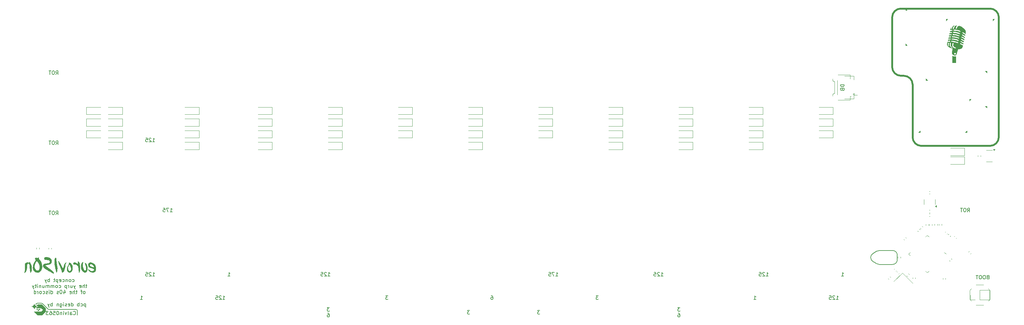
<source format=gbr>
%TF.GenerationSoftware,KiCad,Pcbnew,8.0.8*%
%TF.CreationDate,2025-08-10T21:28:01+02:00*%
%TF.ProjectId,eurovISOn REV,6575726f-7649-4534-9f6e-205245562e6b,rev?*%
%TF.SameCoordinates,Original*%
%TF.FileFunction,Legend,Bot*%
%TF.FilePolarity,Positive*%
%FSLAX46Y46*%
G04 Gerber Fmt 4.6, Leading zero omitted, Abs format (unit mm)*
G04 Created by KiCad (PCBNEW 8.0.8) date 2025-08-10 21:28:01*
%MOMM*%
%LPD*%
G01*
G04 APERTURE LIST*
%ADD10C,0.500000*%
%ADD11C,0.200000*%
%ADD12C,0.150000*%
%ADD13C,0.120000*%
%ADD14C,0.000000*%
G04 APERTURE END LIST*
D10*
X276625001Y-18256250D02*
G75*
G02*
X279006250Y-20637500I-1J-2381250D01*
G01*
D11*
X18966940Y-98335455D02*
G75*
G02*
X19183159Y-98425005I-140J-306145D01*
G01*
D10*
X253206249Y-36512500D02*
X252412497Y-36512500D01*
X257968751Y-55562500D02*
G75*
G02*
X255587500Y-53181250I49J2381300D01*
G01*
D11*
X28673468Y-101528905D02*
X28674323Y-100409768D01*
X28277447Y-100012892D02*
G75*
G02*
X28674308Y-100409768I53J-396808D01*
G01*
D10*
X250031251Y-20637500D02*
X250031249Y-34131250D01*
X257968751Y-55562500D02*
X276625001Y-55562500D01*
X255587499Y-38893750D02*
X255587501Y-53181250D01*
X279006251Y-53181250D02*
X279006251Y-20637500D01*
X253206249Y-36512500D02*
G75*
G02*
X255587500Y-38893750I51J-2381200D01*
G01*
D11*
X20654419Y-99896258D02*
X19183161Y-98425000D01*
D10*
X279006251Y-53181250D02*
G75*
G02*
X276625001Y-55562551I-2381351J50D01*
G01*
D11*
X20935052Y-100012500D02*
G75*
G02*
X20654400Y-99896277I-152J396600D01*
G01*
X17560111Y-98425000D02*
G75*
G02*
X17776322Y-98335474I215789J-215300D01*
G01*
X20935052Y-100012500D02*
X28277447Y-100012500D01*
X18966940Y-98335455D02*
X17776312Y-98335455D01*
D10*
X252412501Y-36512500D02*
G75*
G02*
X250031200Y-34131250I99J2381400D01*
G01*
X276625001Y-18256250D02*
X252412501Y-18256250D01*
D11*
X17560111Y-98425000D02*
X17343900Y-98641211D01*
D10*
X250031251Y-20637500D02*
G75*
G02*
X252412501Y-18256251I2381249J0D01*
G01*
D12*
X69564285Y-90942319D02*
X70135713Y-90942319D01*
X69849999Y-90942319D02*
X69849999Y-89942319D01*
X69849999Y-89942319D02*
X69945237Y-90085176D01*
X69945237Y-90085176D02*
X70040475Y-90180414D01*
X70040475Y-90180414D02*
X70135713Y-90228033D01*
X158622916Y-90942319D02*
X159194344Y-90942319D01*
X158908630Y-90942319D02*
X158908630Y-89942319D01*
X158908630Y-89942319D02*
X159003868Y-90085176D01*
X159003868Y-90085176D02*
X159099106Y-90180414D01*
X159099106Y-90180414D02*
X159194344Y-90228033D01*
X158289582Y-89942319D02*
X157622916Y-89942319D01*
X157622916Y-89942319D02*
X158051487Y-90942319D01*
X156765773Y-89942319D02*
X157241963Y-89942319D01*
X157241963Y-89942319D02*
X157289582Y-90418509D01*
X157289582Y-90418509D02*
X157241963Y-90370890D01*
X157241963Y-90370890D02*
X157146725Y-90323271D01*
X157146725Y-90323271D02*
X156908630Y-90323271D01*
X156908630Y-90323271D02*
X156813392Y-90370890D01*
X156813392Y-90370890D02*
X156765773Y-90418509D01*
X156765773Y-90418509D02*
X156718154Y-90513747D01*
X156718154Y-90513747D02*
X156718154Y-90751842D01*
X156718154Y-90751842D02*
X156765773Y-90847080D01*
X156765773Y-90847080D02*
X156813392Y-90894700D01*
X156813392Y-90894700D02*
X156908630Y-90942319D01*
X156908630Y-90942319D02*
X157146725Y-90942319D01*
X157146725Y-90942319D02*
X157241963Y-90894700D01*
X157241963Y-90894700D02*
X157289582Y-90847080D01*
X236992319Y-38925595D02*
X235992319Y-38925595D01*
X235992319Y-38925595D02*
X235992319Y-39163690D01*
X235992319Y-39163690D02*
X236039938Y-39306547D01*
X236039938Y-39306547D02*
X236135176Y-39401785D01*
X236135176Y-39401785D02*
X236230414Y-39449404D01*
X236230414Y-39449404D02*
X236420890Y-39497023D01*
X236420890Y-39497023D02*
X236563747Y-39497023D01*
X236563747Y-39497023D02*
X236754223Y-39449404D01*
X236754223Y-39449404D02*
X236849461Y-39401785D01*
X236849461Y-39401785D02*
X236944700Y-39306547D01*
X236944700Y-39306547D02*
X236992319Y-39163690D01*
X236992319Y-39163690D02*
X236992319Y-38925595D01*
X236468509Y-40258928D02*
X236516128Y-40401785D01*
X236516128Y-40401785D02*
X236563747Y-40449404D01*
X236563747Y-40449404D02*
X236658985Y-40497023D01*
X236658985Y-40497023D02*
X236801842Y-40497023D01*
X236801842Y-40497023D02*
X236897080Y-40449404D01*
X236897080Y-40449404D02*
X236944700Y-40401785D01*
X236944700Y-40401785D02*
X236992319Y-40306547D01*
X236992319Y-40306547D02*
X236992319Y-39925595D01*
X236992319Y-39925595D02*
X235992319Y-39925595D01*
X235992319Y-39925595D02*
X235992319Y-40258928D01*
X235992319Y-40258928D02*
X236039938Y-40354166D01*
X236039938Y-40354166D02*
X236087557Y-40401785D01*
X236087557Y-40401785D02*
X236182795Y-40449404D01*
X236182795Y-40449404D02*
X236278033Y-40449404D01*
X236278033Y-40449404D02*
X236373271Y-40401785D01*
X236373271Y-40401785D02*
X236420890Y-40354166D01*
X236420890Y-40354166D02*
X236468509Y-40258928D01*
X236468509Y-40258928D02*
X236468509Y-39925595D01*
X270470238Y-73479819D02*
X270803571Y-73003628D01*
X271041666Y-73479819D02*
X271041666Y-72479819D01*
X271041666Y-72479819D02*
X270660714Y-72479819D01*
X270660714Y-72479819D02*
X270565476Y-72527438D01*
X270565476Y-72527438D02*
X270517857Y-72575057D01*
X270517857Y-72575057D02*
X270470238Y-72670295D01*
X270470238Y-72670295D02*
X270470238Y-72813152D01*
X270470238Y-72813152D02*
X270517857Y-72908390D01*
X270517857Y-72908390D02*
X270565476Y-72956009D01*
X270565476Y-72956009D02*
X270660714Y-73003628D01*
X270660714Y-73003628D02*
X271041666Y-73003628D01*
X269851190Y-72479819D02*
X269660714Y-72479819D01*
X269660714Y-72479819D02*
X269565476Y-72527438D01*
X269565476Y-72527438D02*
X269470238Y-72622676D01*
X269470238Y-72622676D02*
X269422619Y-72813152D01*
X269422619Y-72813152D02*
X269422619Y-73146485D01*
X269422619Y-73146485D02*
X269470238Y-73336961D01*
X269470238Y-73336961D02*
X269565476Y-73432200D01*
X269565476Y-73432200D02*
X269660714Y-73479819D01*
X269660714Y-73479819D02*
X269851190Y-73479819D01*
X269851190Y-73479819D02*
X269946428Y-73432200D01*
X269946428Y-73432200D02*
X270041666Y-73336961D01*
X270041666Y-73336961D02*
X270089285Y-73146485D01*
X270089285Y-73146485D02*
X270089285Y-72813152D01*
X270089285Y-72813152D02*
X270041666Y-72622676D01*
X270041666Y-72622676D02*
X269946428Y-72527438D01*
X269946428Y-72527438D02*
X269851190Y-72479819D01*
X269136904Y-72479819D02*
X268565476Y-72479819D01*
X268851190Y-73479819D02*
X268851190Y-72479819D01*
X97170832Y-99467319D02*
X96551785Y-99467319D01*
X96551785Y-99467319D02*
X96885118Y-99848271D01*
X96885118Y-99848271D02*
X96742261Y-99848271D01*
X96742261Y-99848271D02*
X96647023Y-99895890D01*
X96647023Y-99895890D02*
X96599404Y-99943509D01*
X96599404Y-99943509D02*
X96551785Y-100038747D01*
X96551785Y-100038747D02*
X96551785Y-100276842D01*
X96551785Y-100276842D02*
X96599404Y-100372080D01*
X96599404Y-100372080D02*
X96647023Y-100419700D01*
X96647023Y-100419700D02*
X96742261Y-100467319D01*
X96742261Y-100467319D02*
X97027975Y-100467319D01*
X97027975Y-100467319D02*
X97123213Y-100419700D01*
X97123213Y-100419700D02*
X97170832Y-100372080D01*
X22820238Y-74273569D02*
X23153571Y-73797378D01*
X23391666Y-74273569D02*
X23391666Y-73273569D01*
X23391666Y-73273569D02*
X23010714Y-73273569D01*
X23010714Y-73273569D02*
X22915476Y-73321188D01*
X22915476Y-73321188D02*
X22867857Y-73368807D01*
X22867857Y-73368807D02*
X22820238Y-73464045D01*
X22820238Y-73464045D02*
X22820238Y-73606902D01*
X22820238Y-73606902D02*
X22867857Y-73702140D01*
X22867857Y-73702140D02*
X22915476Y-73749759D01*
X22915476Y-73749759D02*
X23010714Y-73797378D01*
X23010714Y-73797378D02*
X23391666Y-73797378D01*
X22201190Y-73273569D02*
X22010714Y-73273569D01*
X22010714Y-73273569D02*
X21915476Y-73321188D01*
X21915476Y-73321188D02*
X21820238Y-73416426D01*
X21820238Y-73416426D02*
X21772619Y-73606902D01*
X21772619Y-73606902D02*
X21772619Y-73940235D01*
X21772619Y-73940235D02*
X21820238Y-74130711D01*
X21820238Y-74130711D02*
X21915476Y-74225950D01*
X21915476Y-74225950D02*
X22010714Y-74273569D01*
X22010714Y-74273569D02*
X22201190Y-74273569D01*
X22201190Y-74273569D02*
X22296428Y-74225950D01*
X22296428Y-74225950D02*
X22391666Y-74130711D01*
X22391666Y-74130711D02*
X22439285Y-73940235D01*
X22439285Y-73940235D02*
X22439285Y-73606902D01*
X22439285Y-73606902D02*
X22391666Y-73416426D01*
X22391666Y-73416426D02*
X22296428Y-73321188D01*
X22296428Y-73321188D02*
X22201190Y-73273569D01*
X21486904Y-73273569D02*
X20915476Y-73273569D01*
X21201190Y-74273569D02*
X21201190Y-73273569D01*
D11*
X27534575Y-101371980D02*
X27582194Y-101419600D01*
X27582194Y-101419600D02*
X27725051Y-101467219D01*
X27725051Y-101467219D02*
X27820289Y-101467219D01*
X27820289Y-101467219D02*
X27963146Y-101419600D01*
X27963146Y-101419600D02*
X28058384Y-101324361D01*
X28058384Y-101324361D02*
X28106003Y-101229123D01*
X28106003Y-101229123D02*
X28153622Y-101038647D01*
X28153622Y-101038647D02*
X28153622Y-100895790D01*
X28153622Y-100895790D02*
X28106003Y-100705314D01*
X28106003Y-100705314D02*
X28058384Y-100610076D01*
X28058384Y-100610076D02*
X27963146Y-100514838D01*
X27963146Y-100514838D02*
X27820289Y-100467219D01*
X27820289Y-100467219D02*
X27725051Y-100467219D01*
X27725051Y-100467219D02*
X27582194Y-100514838D01*
X27582194Y-100514838D02*
X27534575Y-100562457D01*
X26677432Y-101467219D02*
X26677432Y-100943409D01*
X26677432Y-100943409D02*
X26725051Y-100848171D01*
X26725051Y-100848171D02*
X26820289Y-100800552D01*
X26820289Y-100800552D02*
X27010765Y-100800552D01*
X27010765Y-100800552D02*
X27106003Y-100848171D01*
X26677432Y-101419600D02*
X26772670Y-101467219D01*
X26772670Y-101467219D02*
X27010765Y-101467219D01*
X27010765Y-101467219D02*
X27106003Y-101419600D01*
X27106003Y-101419600D02*
X27153622Y-101324361D01*
X27153622Y-101324361D02*
X27153622Y-101229123D01*
X27153622Y-101229123D02*
X27106003Y-101133885D01*
X27106003Y-101133885D02*
X27010765Y-101086266D01*
X27010765Y-101086266D02*
X26772670Y-101086266D01*
X26772670Y-101086266D02*
X26677432Y-101038647D01*
X26058384Y-101467219D02*
X26153622Y-101419600D01*
X26153622Y-101419600D02*
X26201241Y-101324361D01*
X26201241Y-101324361D02*
X26201241Y-100467219D01*
X25772669Y-100800552D02*
X25534574Y-101467219D01*
X25534574Y-101467219D02*
X25296479Y-100800552D01*
X24915526Y-101467219D02*
X24915526Y-100800552D01*
X24915526Y-100467219D02*
X24963145Y-100514838D01*
X24963145Y-100514838D02*
X24915526Y-100562457D01*
X24915526Y-100562457D02*
X24867907Y-100514838D01*
X24867907Y-100514838D02*
X24915526Y-100467219D01*
X24915526Y-100467219D02*
X24915526Y-100562457D01*
X24439336Y-100800552D02*
X24439336Y-101467219D01*
X24439336Y-100895790D02*
X24391717Y-100848171D01*
X24391717Y-100848171D02*
X24296479Y-100800552D01*
X24296479Y-100800552D02*
X24153622Y-100800552D01*
X24153622Y-100800552D02*
X24058384Y-100848171D01*
X24058384Y-100848171D02*
X24010765Y-100943409D01*
X24010765Y-100943409D02*
X24010765Y-101467219D01*
X23344098Y-100467219D02*
X23248860Y-100467219D01*
X23248860Y-100467219D02*
X23153622Y-100514838D01*
X23153622Y-100514838D02*
X23106003Y-100562457D01*
X23106003Y-100562457D02*
X23058384Y-100657695D01*
X23058384Y-100657695D02*
X23010765Y-100848171D01*
X23010765Y-100848171D02*
X23010765Y-101086266D01*
X23010765Y-101086266D02*
X23058384Y-101276742D01*
X23058384Y-101276742D02*
X23106003Y-101371980D01*
X23106003Y-101371980D02*
X23153622Y-101419600D01*
X23153622Y-101419600D02*
X23248860Y-101467219D01*
X23248860Y-101467219D02*
X23344098Y-101467219D01*
X23344098Y-101467219D02*
X23439336Y-101419600D01*
X23439336Y-101419600D02*
X23486955Y-101371980D01*
X23486955Y-101371980D02*
X23534574Y-101276742D01*
X23534574Y-101276742D02*
X23582193Y-101086266D01*
X23582193Y-101086266D02*
X23582193Y-100848171D01*
X23582193Y-100848171D02*
X23534574Y-100657695D01*
X23534574Y-100657695D02*
X23486955Y-100562457D01*
X23486955Y-100562457D02*
X23439336Y-100514838D01*
X23439336Y-100514838D02*
X23344098Y-100467219D01*
X22106003Y-100467219D02*
X22582193Y-100467219D01*
X22582193Y-100467219D02*
X22629812Y-100943409D01*
X22629812Y-100943409D02*
X22582193Y-100895790D01*
X22582193Y-100895790D02*
X22486955Y-100848171D01*
X22486955Y-100848171D02*
X22248860Y-100848171D01*
X22248860Y-100848171D02*
X22153622Y-100895790D01*
X22153622Y-100895790D02*
X22106003Y-100943409D01*
X22106003Y-100943409D02*
X22058384Y-101038647D01*
X22058384Y-101038647D02*
X22058384Y-101276742D01*
X22058384Y-101276742D02*
X22106003Y-101371980D01*
X22106003Y-101371980D02*
X22153622Y-101419600D01*
X22153622Y-101419600D02*
X22248860Y-101467219D01*
X22248860Y-101467219D02*
X22486955Y-101467219D01*
X22486955Y-101467219D02*
X22582193Y-101419600D01*
X22582193Y-101419600D02*
X22629812Y-101371980D01*
X21201241Y-100467219D02*
X21391717Y-100467219D01*
X21391717Y-100467219D02*
X21486955Y-100514838D01*
X21486955Y-100514838D02*
X21534574Y-100562457D01*
X21534574Y-100562457D02*
X21629812Y-100705314D01*
X21629812Y-100705314D02*
X21677431Y-100895790D01*
X21677431Y-100895790D02*
X21677431Y-101276742D01*
X21677431Y-101276742D02*
X21629812Y-101371980D01*
X21629812Y-101371980D02*
X21582193Y-101419600D01*
X21582193Y-101419600D02*
X21486955Y-101467219D01*
X21486955Y-101467219D02*
X21296479Y-101467219D01*
X21296479Y-101467219D02*
X21201241Y-101419600D01*
X21201241Y-101419600D02*
X21153622Y-101371980D01*
X21153622Y-101371980D02*
X21106003Y-101276742D01*
X21106003Y-101276742D02*
X21106003Y-101038647D01*
X21106003Y-101038647D02*
X21153622Y-100943409D01*
X21153622Y-100943409D02*
X21201241Y-100895790D01*
X21201241Y-100895790D02*
X21296479Y-100848171D01*
X21296479Y-100848171D02*
X21486955Y-100848171D01*
X21486955Y-100848171D02*
X21582193Y-100895790D01*
X21582193Y-100895790D02*
X21629812Y-100943409D01*
X21629812Y-100943409D02*
X21677431Y-101038647D01*
X20772669Y-100467219D02*
X20153622Y-100467219D01*
X20153622Y-100467219D02*
X20486955Y-100848171D01*
X20486955Y-100848171D02*
X20344098Y-100848171D01*
X20344098Y-100848171D02*
X20248860Y-100895790D01*
X20248860Y-100895790D02*
X20201241Y-100943409D01*
X20201241Y-100943409D02*
X20153622Y-101038647D01*
X20153622Y-101038647D02*
X20153622Y-101276742D01*
X20153622Y-101276742D02*
X20201241Y-101371980D01*
X20201241Y-101371980D02*
X20248860Y-101419600D01*
X20248860Y-101419600D02*
X20344098Y-101467219D01*
X20344098Y-101467219D02*
X20629812Y-101467219D01*
X20629812Y-101467219D02*
X20725050Y-101419600D01*
X20725050Y-101419600D02*
X20772669Y-101371980D01*
X27288691Y-92457156D02*
X27383929Y-92504775D01*
X27383929Y-92504775D02*
X27574405Y-92504775D01*
X27574405Y-92504775D02*
X27669643Y-92457156D01*
X27669643Y-92457156D02*
X27717262Y-92409536D01*
X27717262Y-92409536D02*
X27764881Y-92314298D01*
X27764881Y-92314298D02*
X27764881Y-92028584D01*
X27764881Y-92028584D02*
X27717262Y-91933346D01*
X27717262Y-91933346D02*
X27669643Y-91885727D01*
X27669643Y-91885727D02*
X27574405Y-91838108D01*
X27574405Y-91838108D02*
X27383929Y-91838108D01*
X27383929Y-91838108D02*
X27288691Y-91885727D01*
X26717262Y-92504775D02*
X26812500Y-92457156D01*
X26812500Y-92457156D02*
X26860119Y-92409536D01*
X26860119Y-92409536D02*
X26907738Y-92314298D01*
X26907738Y-92314298D02*
X26907738Y-92028584D01*
X26907738Y-92028584D02*
X26860119Y-91933346D01*
X26860119Y-91933346D02*
X26812500Y-91885727D01*
X26812500Y-91885727D02*
X26717262Y-91838108D01*
X26717262Y-91838108D02*
X26574405Y-91838108D01*
X26574405Y-91838108D02*
X26479167Y-91885727D01*
X26479167Y-91885727D02*
X26431548Y-91933346D01*
X26431548Y-91933346D02*
X26383929Y-92028584D01*
X26383929Y-92028584D02*
X26383929Y-92314298D01*
X26383929Y-92314298D02*
X26431548Y-92409536D01*
X26431548Y-92409536D02*
X26479167Y-92457156D01*
X26479167Y-92457156D02*
X26574405Y-92504775D01*
X26574405Y-92504775D02*
X26717262Y-92504775D01*
X25955357Y-91838108D02*
X25955357Y-92504775D01*
X25955357Y-91933346D02*
X25907738Y-91885727D01*
X25907738Y-91885727D02*
X25812500Y-91838108D01*
X25812500Y-91838108D02*
X25669643Y-91838108D01*
X25669643Y-91838108D02*
X25574405Y-91885727D01*
X25574405Y-91885727D02*
X25526786Y-91980965D01*
X25526786Y-91980965D02*
X25526786Y-92504775D01*
X24622024Y-92457156D02*
X24717262Y-92504775D01*
X24717262Y-92504775D02*
X24907738Y-92504775D01*
X24907738Y-92504775D02*
X25002976Y-92457156D01*
X25002976Y-92457156D02*
X25050595Y-92409536D01*
X25050595Y-92409536D02*
X25098214Y-92314298D01*
X25098214Y-92314298D02*
X25098214Y-92028584D01*
X25098214Y-92028584D02*
X25050595Y-91933346D01*
X25050595Y-91933346D02*
X25002976Y-91885727D01*
X25002976Y-91885727D02*
X24907738Y-91838108D01*
X24907738Y-91838108D02*
X24717262Y-91838108D01*
X24717262Y-91838108D02*
X24622024Y-91885727D01*
X23812500Y-92457156D02*
X23907738Y-92504775D01*
X23907738Y-92504775D02*
X24098214Y-92504775D01*
X24098214Y-92504775D02*
X24193452Y-92457156D01*
X24193452Y-92457156D02*
X24241071Y-92361917D01*
X24241071Y-92361917D02*
X24241071Y-91980965D01*
X24241071Y-91980965D02*
X24193452Y-91885727D01*
X24193452Y-91885727D02*
X24098214Y-91838108D01*
X24098214Y-91838108D02*
X23907738Y-91838108D01*
X23907738Y-91838108D02*
X23812500Y-91885727D01*
X23812500Y-91885727D02*
X23764881Y-91980965D01*
X23764881Y-91980965D02*
X23764881Y-92076203D01*
X23764881Y-92076203D02*
X24241071Y-92171441D01*
X23336309Y-91838108D02*
X23336309Y-92838108D01*
X23336309Y-91885727D02*
X23241071Y-91838108D01*
X23241071Y-91838108D02*
X23050595Y-91838108D01*
X23050595Y-91838108D02*
X22955357Y-91885727D01*
X22955357Y-91885727D02*
X22907738Y-91933346D01*
X22907738Y-91933346D02*
X22860119Y-92028584D01*
X22860119Y-92028584D02*
X22860119Y-92314298D01*
X22860119Y-92314298D02*
X22907738Y-92409536D01*
X22907738Y-92409536D02*
X22955357Y-92457156D01*
X22955357Y-92457156D02*
X23050595Y-92504775D01*
X23050595Y-92504775D02*
X23241071Y-92504775D01*
X23241071Y-92504775D02*
X23336309Y-92457156D01*
X22574404Y-91838108D02*
X22193452Y-91838108D01*
X22431547Y-91504775D02*
X22431547Y-92361917D01*
X22431547Y-92361917D02*
X22383928Y-92457156D01*
X22383928Y-92457156D02*
X22288690Y-92504775D01*
X22288690Y-92504775D02*
X22193452Y-92504775D01*
X21098213Y-92504775D02*
X21098213Y-91504775D01*
X21098213Y-91885727D02*
X21002975Y-91838108D01*
X21002975Y-91838108D02*
X20812499Y-91838108D01*
X20812499Y-91838108D02*
X20717261Y-91885727D01*
X20717261Y-91885727D02*
X20669642Y-91933346D01*
X20669642Y-91933346D02*
X20622023Y-92028584D01*
X20622023Y-92028584D02*
X20622023Y-92314298D01*
X20622023Y-92314298D02*
X20669642Y-92409536D01*
X20669642Y-92409536D02*
X20717261Y-92457156D01*
X20717261Y-92457156D02*
X20812499Y-92504775D01*
X20812499Y-92504775D02*
X21002975Y-92504775D01*
X21002975Y-92504775D02*
X21098213Y-92457156D01*
X20288689Y-91838108D02*
X20050594Y-92504775D01*
X19812499Y-91838108D02*
X20050594Y-92504775D01*
X20050594Y-92504775D02*
X20145832Y-92742870D01*
X20145832Y-92742870D02*
X20193451Y-92790489D01*
X20193451Y-92790489D02*
X20288689Y-92838108D01*
X31264881Y-93448052D02*
X30883929Y-93448052D01*
X31122024Y-93114719D02*
X31122024Y-93971861D01*
X31122024Y-93971861D02*
X31074405Y-94067100D01*
X31074405Y-94067100D02*
X30979167Y-94114719D01*
X30979167Y-94114719D02*
X30883929Y-94114719D01*
X30550595Y-94114719D02*
X30550595Y-93114719D01*
X30122024Y-94114719D02*
X30122024Y-93590909D01*
X30122024Y-93590909D02*
X30169643Y-93495671D01*
X30169643Y-93495671D02*
X30264881Y-93448052D01*
X30264881Y-93448052D02*
X30407738Y-93448052D01*
X30407738Y-93448052D02*
X30502976Y-93495671D01*
X30502976Y-93495671D02*
X30550595Y-93543290D01*
X29264881Y-94067100D02*
X29360119Y-94114719D01*
X29360119Y-94114719D02*
X29550595Y-94114719D01*
X29550595Y-94114719D02*
X29645833Y-94067100D01*
X29645833Y-94067100D02*
X29693452Y-93971861D01*
X29693452Y-93971861D02*
X29693452Y-93590909D01*
X29693452Y-93590909D02*
X29645833Y-93495671D01*
X29645833Y-93495671D02*
X29550595Y-93448052D01*
X29550595Y-93448052D02*
X29360119Y-93448052D01*
X29360119Y-93448052D02*
X29264881Y-93495671D01*
X29264881Y-93495671D02*
X29217262Y-93590909D01*
X29217262Y-93590909D02*
X29217262Y-93686147D01*
X29217262Y-93686147D02*
X29693452Y-93781385D01*
X28122023Y-93448052D02*
X27883928Y-94114719D01*
X27645833Y-93448052D02*
X27883928Y-94114719D01*
X27883928Y-94114719D02*
X27979166Y-94352814D01*
X27979166Y-94352814D02*
X28026785Y-94400433D01*
X28026785Y-94400433D02*
X28122023Y-94448052D01*
X26836309Y-93448052D02*
X26836309Y-94114719D01*
X27264880Y-93448052D02*
X27264880Y-93971861D01*
X27264880Y-93971861D02*
X27217261Y-94067100D01*
X27217261Y-94067100D02*
X27122023Y-94114719D01*
X27122023Y-94114719D02*
X26979166Y-94114719D01*
X26979166Y-94114719D02*
X26883928Y-94067100D01*
X26883928Y-94067100D02*
X26836309Y-94019480D01*
X26360118Y-94114719D02*
X26360118Y-93448052D01*
X26360118Y-93638528D02*
X26312499Y-93543290D01*
X26312499Y-93543290D02*
X26264880Y-93495671D01*
X26264880Y-93495671D02*
X26169642Y-93448052D01*
X26169642Y-93448052D02*
X26074404Y-93448052D01*
X25741070Y-93448052D02*
X25741070Y-94448052D01*
X25741070Y-93495671D02*
X25645832Y-93448052D01*
X25645832Y-93448052D02*
X25455356Y-93448052D01*
X25455356Y-93448052D02*
X25360118Y-93495671D01*
X25360118Y-93495671D02*
X25312499Y-93543290D01*
X25312499Y-93543290D02*
X25264880Y-93638528D01*
X25264880Y-93638528D02*
X25264880Y-93924242D01*
X25264880Y-93924242D02*
X25312499Y-94019480D01*
X25312499Y-94019480D02*
X25360118Y-94067100D01*
X25360118Y-94067100D02*
X25455356Y-94114719D01*
X25455356Y-94114719D02*
X25645832Y-94114719D01*
X25645832Y-94114719D02*
X25741070Y-94067100D01*
X23645832Y-94067100D02*
X23741070Y-94114719D01*
X23741070Y-94114719D02*
X23931546Y-94114719D01*
X23931546Y-94114719D02*
X24026784Y-94067100D01*
X24026784Y-94067100D02*
X24074403Y-94019480D01*
X24074403Y-94019480D02*
X24122022Y-93924242D01*
X24122022Y-93924242D02*
X24122022Y-93638528D01*
X24122022Y-93638528D02*
X24074403Y-93543290D01*
X24074403Y-93543290D02*
X24026784Y-93495671D01*
X24026784Y-93495671D02*
X23931546Y-93448052D01*
X23931546Y-93448052D02*
X23741070Y-93448052D01*
X23741070Y-93448052D02*
X23645832Y-93495671D01*
X23074403Y-94114719D02*
X23169641Y-94067100D01*
X23169641Y-94067100D02*
X23217260Y-94019480D01*
X23217260Y-94019480D02*
X23264879Y-93924242D01*
X23264879Y-93924242D02*
X23264879Y-93638528D01*
X23264879Y-93638528D02*
X23217260Y-93543290D01*
X23217260Y-93543290D02*
X23169641Y-93495671D01*
X23169641Y-93495671D02*
X23074403Y-93448052D01*
X23074403Y-93448052D02*
X22931546Y-93448052D01*
X22931546Y-93448052D02*
X22836308Y-93495671D01*
X22836308Y-93495671D02*
X22788689Y-93543290D01*
X22788689Y-93543290D02*
X22741070Y-93638528D01*
X22741070Y-93638528D02*
X22741070Y-93924242D01*
X22741070Y-93924242D02*
X22788689Y-94019480D01*
X22788689Y-94019480D02*
X22836308Y-94067100D01*
X22836308Y-94067100D02*
X22931546Y-94114719D01*
X22931546Y-94114719D02*
X23074403Y-94114719D01*
X22312498Y-94114719D02*
X22312498Y-93448052D01*
X22312498Y-93543290D02*
X22264879Y-93495671D01*
X22264879Y-93495671D02*
X22169641Y-93448052D01*
X22169641Y-93448052D02*
X22026784Y-93448052D01*
X22026784Y-93448052D02*
X21931546Y-93495671D01*
X21931546Y-93495671D02*
X21883927Y-93590909D01*
X21883927Y-93590909D02*
X21883927Y-94114719D01*
X21883927Y-93590909D02*
X21836308Y-93495671D01*
X21836308Y-93495671D02*
X21741070Y-93448052D01*
X21741070Y-93448052D02*
X21598213Y-93448052D01*
X21598213Y-93448052D02*
X21502974Y-93495671D01*
X21502974Y-93495671D02*
X21455355Y-93590909D01*
X21455355Y-93590909D02*
X21455355Y-94114719D01*
X20979165Y-94114719D02*
X20979165Y-93448052D01*
X20979165Y-93543290D02*
X20931546Y-93495671D01*
X20931546Y-93495671D02*
X20836308Y-93448052D01*
X20836308Y-93448052D02*
X20693451Y-93448052D01*
X20693451Y-93448052D02*
X20598213Y-93495671D01*
X20598213Y-93495671D02*
X20550594Y-93590909D01*
X20550594Y-93590909D02*
X20550594Y-94114719D01*
X20550594Y-93590909D02*
X20502975Y-93495671D01*
X20502975Y-93495671D02*
X20407737Y-93448052D01*
X20407737Y-93448052D02*
X20264880Y-93448052D01*
X20264880Y-93448052D02*
X20169641Y-93495671D01*
X20169641Y-93495671D02*
X20122022Y-93590909D01*
X20122022Y-93590909D02*
X20122022Y-94114719D01*
X19217261Y-93448052D02*
X19217261Y-94114719D01*
X19645832Y-93448052D02*
X19645832Y-93971861D01*
X19645832Y-93971861D02*
X19598213Y-94067100D01*
X19598213Y-94067100D02*
X19502975Y-94114719D01*
X19502975Y-94114719D02*
X19360118Y-94114719D01*
X19360118Y-94114719D02*
X19264880Y-94067100D01*
X19264880Y-94067100D02*
X19217261Y-94019480D01*
X18741070Y-93448052D02*
X18741070Y-94114719D01*
X18741070Y-93543290D02*
X18693451Y-93495671D01*
X18693451Y-93495671D02*
X18598213Y-93448052D01*
X18598213Y-93448052D02*
X18455356Y-93448052D01*
X18455356Y-93448052D02*
X18360118Y-93495671D01*
X18360118Y-93495671D02*
X18312499Y-93590909D01*
X18312499Y-93590909D02*
X18312499Y-94114719D01*
X17836308Y-94114719D02*
X17836308Y-93448052D01*
X17836308Y-93114719D02*
X17883927Y-93162338D01*
X17883927Y-93162338D02*
X17836308Y-93209957D01*
X17836308Y-93209957D02*
X17788689Y-93162338D01*
X17788689Y-93162338D02*
X17836308Y-93114719D01*
X17836308Y-93114719D02*
X17836308Y-93209957D01*
X17502975Y-93448052D02*
X17122023Y-93448052D01*
X17360118Y-93114719D02*
X17360118Y-93971861D01*
X17360118Y-93971861D02*
X17312499Y-94067100D01*
X17312499Y-94067100D02*
X17217261Y-94114719D01*
X17217261Y-94114719D02*
X17122023Y-94114719D01*
X16883927Y-93448052D02*
X16645832Y-94114719D01*
X16407737Y-93448052D02*
X16645832Y-94114719D01*
X16645832Y-94114719D02*
X16741070Y-94352814D01*
X16741070Y-94352814D02*
X16788689Y-94400433D01*
X16788689Y-94400433D02*
X16883927Y-94448052D01*
X30574405Y-95724663D02*
X30669643Y-95677044D01*
X30669643Y-95677044D02*
X30717262Y-95629424D01*
X30717262Y-95629424D02*
X30764881Y-95534186D01*
X30764881Y-95534186D02*
X30764881Y-95248472D01*
X30764881Y-95248472D02*
X30717262Y-95153234D01*
X30717262Y-95153234D02*
X30669643Y-95105615D01*
X30669643Y-95105615D02*
X30574405Y-95057996D01*
X30574405Y-95057996D02*
X30431548Y-95057996D01*
X30431548Y-95057996D02*
X30336310Y-95105615D01*
X30336310Y-95105615D02*
X30288691Y-95153234D01*
X30288691Y-95153234D02*
X30241072Y-95248472D01*
X30241072Y-95248472D02*
X30241072Y-95534186D01*
X30241072Y-95534186D02*
X30288691Y-95629424D01*
X30288691Y-95629424D02*
X30336310Y-95677044D01*
X30336310Y-95677044D02*
X30431548Y-95724663D01*
X30431548Y-95724663D02*
X30574405Y-95724663D01*
X29955357Y-95057996D02*
X29574405Y-95057996D01*
X29812500Y-95724663D02*
X29812500Y-94867520D01*
X29812500Y-94867520D02*
X29764881Y-94772282D01*
X29764881Y-94772282D02*
X29669643Y-94724663D01*
X29669643Y-94724663D02*
X29574405Y-94724663D01*
X28622023Y-95057996D02*
X28241071Y-95057996D01*
X28479166Y-94724663D02*
X28479166Y-95581805D01*
X28479166Y-95581805D02*
X28431547Y-95677044D01*
X28431547Y-95677044D02*
X28336309Y-95724663D01*
X28336309Y-95724663D02*
X28241071Y-95724663D01*
X27907737Y-95724663D02*
X27907737Y-94724663D01*
X27479166Y-95724663D02*
X27479166Y-95200853D01*
X27479166Y-95200853D02*
X27526785Y-95105615D01*
X27526785Y-95105615D02*
X27622023Y-95057996D01*
X27622023Y-95057996D02*
X27764880Y-95057996D01*
X27764880Y-95057996D02*
X27860118Y-95105615D01*
X27860118Y-95105615D02*
X27907737Y-95153234D01*
X26622023Y-95677044D02*
X26717261Y-95724663D01*
X26717261Y-95724663D02*
X26907737Y-95724663D01*
X26907737Y-95724663D02*
X27002975Y-95677044D01*
X27002975Y-95677044D02*
X27050594Y-95581805D01*
X27050594Y-95581805D02*
X27050594Y-95200853D01*
X27050594Y-95200853D02*
X27002975Y-95105615D01*
X27002975Y-95105615D02*
X26907737Y-95057996D01*
X26907737Y-95057996D02*
X26717261Y-95057996D01*
X26717261Y-95057996D02*
X26622023Y-95105615D01*
X26622023Y-95105615D02*
X26574404Y-95200853D01*
X26574404Y-95200853D02*
X26574404Y-95296091D01*
X26574404Y-95296091D02*
X27050594Y-95391329D01*
X24955356Y-95057996D02*
X24955356Y-95724663D01*
X25193451Y-94677044D02*
X25431546Y-95391329D01*
X25431546Y-95391329D02*
X24812499Y-95391329D01*
X24241070Y-94724663D02*
X24145832Y-94724663D01*
X24145832Y-94724663D02*
X24050594Y-94772282D01*
X24050594Y-94772282D02*
X24002975Y-94819901D01*
X24002975Y-94819901D02*
X23955356Y-94915139D01*
X23955356Y-94915139D02*
X23907737Y-95105615D01*
X23907737Y-95105615D02*
X23907737Y-95343710D01*
X23907737Y-95343710D02*
X23955356Y-95534186D01*
X23955356Y-95534186D02*
X24002975Y-95629424D01*
X24002975Y-95629424D02*
X24050594Y-95677044D01*
X24050594Y-95677044D02*
X24145832Y-95724663D01*
X24145832Y-95724663D02*
X24241070Y-95724663D01*
X24241070Y-95724663D02*
X24336308Y-95677044D01*
X24336308Y-95677044D02*
X24383927Y-95629424D01*
X24383927Y-95629424D02*
X24431546Y-95534186D01*
X24431546Y-95534186D02*
X24479165Y-95343710D01*
X24479165Y-95343710D02*
X24479165Y-95105615D01*
X24479165Y-95105615D02*
X24431546Y-94915139D01*
X24431546Y-94915139D02*
X24383927Y-94819901D01*
X24383927Y-94819901D02*
X24336308Y-94772282D01*
X24336308Y-94772282D02*
X24241070Y-94724663D01*
X23526784Y-95677044D02*
X23431546Y-95724663D01*
X23431546Y-95724663D02*
X23241070Y-95724663D01*
X23241070Y-95724663D02*
X23145832Y-95677044D01*
X23145832Y-95677044D02*
X23098213Y-95581805D01*
X23098213Y-95581805D02*
X23098213Y-95534186D01*
X23098213Y-95534186D02*
X23145832Y-95438948D01*
X23145832Y-95438948D02*
X23241070Y-95391329D01*
X23241070Y-95391329D02*
X23383927Y-95391329D01*
X23383927Y-95391329D02*
X23479165Y-95343710D01*
X23479165Y-95343710D02*
X23526784Y-95248472D01*
X23526784Y-95248472D02*
X23526784Y-95200853D01*
X23526784Y-95200853D02*
X23479165Y-95105615D01*
X23479165Y-95105615D02*
X23383927Y-95057996D01*
X23383927Y-95057996D02*
X23241070Y-95057996D01*
X23241070Y-95057996D02*
X23145832Y-95105615D01*
X21479165Y-95724663D02*
X21479165Y-94724663D01*
X21479165Y-95677044D02*
X21574403Y-95724663D01*
X21574403Y-95724663D02*
X21764879Y-95724663D01*
X21764879Y-95724663D02*
X21860117Y-95677044D01*
X21860117Y-95677044D02*
X21907736Y-95629424D01*
X21907736Y-95629424D02*
X21955355Y-95534186D01*
X21955355Y-95534186D02*
X21955355Y-95248472D01*
X21955355Y-95248472D02*
X21907736Y-95153234D01*
X21907736Y-95153234D02*
X21860117Y-95105615D01*
X21860117Y-95105615D02*
X21764879Y-95057996D01*
X21764879Y-95057996D02*
X21574403Y-95057996D01*
X21574403Y-95057996D02*
X21479165Y-95105615D01*
X21002974Y-95724663D02*
X21002974Y-95057996D01*
X21002974Y-94724663D02*
X21050593Y-94772282D01*
X21050593Y-94772282D02*
X21002974Y-94819901D01*
X21002974Y-94819901D02*
X20955355Y-94772282D01*
X20955355Y-94772282D02*
X21002974Y-94724663D01*
X21002974Y-94724663D02*
X21002974Y-94819901D01*
X20574403Y-95677044D02*
X20479165Y-95724663D01*
X20479165Y-95724663D02*
X20288689Y-95724663D01*
X20288689Y-95724663D02*
X20193451Y-95677044D01*
X20193451Y-95677044D02*
X20145832Y-95581805D01*
X20145832Y-95581805D02*
X20145832Y-95534186D01*
X20145832Y-95534186D02*
X20193451Y-95438948D01*
X20193451Y-95438948D02*
X20288689Y-95391329D01*
X20288689Y-95391329D02*
X20431546Y-95391329D01*
X20431546Y-95391329D02*
X20526784Y-95343710D01*
X20526784Y-95343710D02*
X20574403Y-95248472D01*
X20574403Y-95248472D02*
X20574403Y-95200853D01*
X20574403Y-95200853D02*
X20526784Y-95105615D01*
X20526784Y-95105615D02*
X20431546Y-95057996D01*
X20431546Y-95057996D02*
X20288689Y-95057996D01*
X20288689Y-95057996D02*
X20193451Y-95105615D01*
X19288689Y-95677044D02*
X19383927Y-95724663D01*
X19383927Y-95724663D02*
X19574403Y-95724663D01*
X19574403Y-95724663D02*
X19669641Y-95677044D01*
X19669641Y-95677044D02*
X19717260Y-95629424D01*
X19717260Y-95629424D02*
X19764879Y-95534186D01*
X19764879Y-95534186D02*
X19764879Y-95248472D01*
X19764879Y-95248472D02*
X19717260Y-95153234D01*
X19717260Y-95153234D02*
X19669641Y-95105615D01*
X19669641Y-95105615D02*
X19574403Y-95057996D01*
X19574403Y-95057996D02*
X19383927Y-95057996D01*
X19383927Y-95057996D02*
X19288689Y-95105615D01*
X18717260Y-95724663D02*
X18812498Y-95677044D01*
X18812498Y-95677044D02*
X18860117Y-95629424D01*
X18860117Y-95629424D02*
X18907736Y-95534186D01*
X18907736Y-95534186D02*
X18907736Y-95248472D01*
X18907736Y-95248472D02*
X18860117Y-95153234D01*
X18860117Y-95153234D02*
X18812498Y-95105615D01*
X18812498Y-95105615D02*
X18717260Y-95057996D01*
X18717260Y-95057996D02*
X18574403Y-95057996D01*
X18574403Y-95057996D02*
X18479165Y-95105615D01*
X18479165Y-95105615D02*
X18431546Y-95153234D01*
X18431546Y-95153234D02*
X18383927Y-95248472D01*
X18383927Y-95248472D02*
X18383927Y-95534186D01*
X18383927Y-95534186D02*
X18431546Y-95629424D01*
X18431546Y-95629424D02*
X18479165Y-95677044D01*
X18479165Y-95677044D02*
X18574403Y-95724663D01*
X18574403Y-95724663D02*
X18717260Y-95724663D01*
X17955355Y-95724663D02*
X17955355Y-95057996D01*
X17955355Y-95248472D02*
X17907736Y-95153234D01*
X17907736Y-95153234D02*
X17860117Y-95105615D01*
X17860117Y-95105615D02*
X17764879Y-95057996D01*
X17764879Y-95057996D02*
X17669641Y-95057996D01*
X16907736Y-95724663D02*
X16907736Y-94724663D01*
X16907736Y-95677044D02*
X17002974Y-95724663D01*
X17002974Y-95724663D02*
X17193450Y-95724663D01*
X17193450Y-95724663D02*
X17288688Y-95677044D01*
X17288688Y-95677044D02*
X17336307Y-95629424D01*
X17336307Y-95629424D02*
X17383926Y-95534186D01*
X17383926Y-95534186D02*
X17383926Y-95248472D01*
X17383926Y-95248472D02*
X17336307Y-95153234D01*
X17336307Y-95153234D02*
X17288688Y-95105615D01*
X17288688Y-95105615D02*
X17193450Y-95057996D01*
X17193450Y-95057996D02*
X17002974Y-95057996D01*
X17002974Y-95057996D02*
X16907736Y-95105615D01*
D12*
X45751785Y-97292319D02*
X46323213Y-97292319D01*
X46037499Y-97292319D02*
X46037499Y-96292319D01*
X46037499Y-96292319D02*
X46132737Y-96435176D01*
X46132737Y-96435176D02*
X46227975Y-96530414D01*
X46227975Y-96530414D02*
X46323213Y-96578033D01*
X141097023Y-96292319D02*
X141287499Y-96292319D01*
X141287499Y-96292319D02*
X141382737Y-96339938D01*
X141382737Y-96339938D02*
X141430356Y-96387557D01*
X141430356Y-96387557D02*
X141525594Y-96530414D01*
X141525594Y-96530414D02*
X141573213Y-96720890D01*
X141573213Y-96720890D02*
X141573213Y-97101842D01*
X141573213Y-97101842D02*
X141525594Y-97197080D01*
X141525594Y-97197080D02*
X141477975Y-97244700D01*
X141477975Y-97244700D02*
X141382737Y-97292319D01*
X141382737Y-97292319D02*
X141192261Y-97292319D01*
X141192261Y-97292319D02*
X141097023Y-97244700D01*
X141097023Y-97244700D02*
X141049404Y-97197080D01*
X141049404Y-97197080D02*
X141001785Y-97101842D01*
X141001785Y-97101842D02*
X141001785Y-96863747D01*
X141001785Y-96863747D02*
X141049404Y-96768509D01*
X141049404Y-96768509D02*
X141097023Y-96720890D01*
X141097023Y-96720890D02*
X141192261Y-96673271D01*
X141192261Y-96673271D02*
X141382737Y-96673271D01*
X141382737Y-96673271D02*
X141477975Y-96720890D01*
X141477975Y-96720890D02*
X141525594Y-96768509D01*
X141525594Y-96768509D02*
X141573213Y-96863747D01*
D11*
X30902589Y-98442503D02*
X30902589Y-99442503D01*
X30902589Y-98490122D02*
X30807351Y-98442503D01*
X30807351Y-98442503D02*
X30616875Y-98442503D01*
X30616875Y-98442503D02*
X30521637Y-98490122D01*
X30521637Y-98490122D02*
X30474018Y-98537741D01*
X30474018Y-98537741D02*
X30426399Y-98632979D01*
X30426399Y-98632979D02*
X30426399Y-98918693D01*
X30426399Y-98918693D02*
X30474018Y-99013931D01*
X30474018Y-99013931D02*
X30521637Y-99061551D01*
X30521637Y-99061551D02*
X30616875Y-99109170D01*
X30616875Y-99109170D02*
X30807351Y-99109170D01*
X30807351Y-99109170D02*
X30902589Y-99061551D01*
X29569256Y-99061551D02*
X29664494Y-99109170D01*
X29664494Y-99109170D02*
X29854970Y-99109170D01*
X29854970Y-99109170D02*
X29950208Y-99061551D01*
X29950208Y-99061551D02*
X29997827Y-99013931D01*
X29997827Y-99013931D02*
X30045446Y-98918693D01*
X30045446Y-98918693D02*
X30045446Y-98632979D01*
X30045446Y-98632979D02*
X29997827Y-98537741D01*
X29997827Y-98537741D02*
X29950208Y-98490122D01*
X29950208Y-98490122D02*
X29854970Y-98442503D01*
X29854970Y-98442503D02*
X29664494Y-98442503D01*
X29664494Y-98442503D02*
X29569256Y-98490122D01*
X29140684Y-99109170D02*
X29140684Y-98109170D01*
X29140684Y-98490122D02*
X29045446Y-98442503D01*
X29045446Y-98442503D02*
X28854970Y-98442503D01*
X28854970Y-98442503D02*
X28759732Y-98490122D01*
X28759732Y-98490122D02*
X28712113Y-98537741D01*
X28712113Y-98537741D02*
X28664494Y-98632979D01*
X28664494Y-98632979D02*
X28664494Y-98918693D01*
X28664494Y-98918693D02*
X28712113Y-99013931D01*
X28712113Y-99013931D02*
X28759732Y-99061551D01*
X28759732Y-99061551D02*
X28854970Y-99109170D01*
X28854970Y-99109170D02*
X29045446Y-99109170D01*
X29045446Y-99109170D02*
X29140684Y-99061551D01*
X27045446Y-99109170D02*
X27045446Y-98109170D01*
X27045446Y-99061551D02*
X27140684Y-99109170D01*
X27140684Y-99109170D02*
X27331160Y-99109170D01*
X27331160Y-99109170D02*
X27426398Y-99061551D01*
X27426398Y-99061551D02*
X27474017Y-99013931D01*
X27474017Y-99013931D02*
X27521636Y-98918693D01*
X27521636Y-98918693D02*
X27521636Y-98632979D01*
X27521636Y-98632979D02*
X27474017Y-98537741D01*
X27474017Y-98537741D02*
X27426398Y-98490122D01*
X27426398Y-98490122D02*
X27331160Y-98442503D01*
X27331160Y-98442503D02*
X27140684Y-98442503D01*
X27140684Y-98442503D02*
X27045446Y-98490122D01*
X26188303Y-99061551D02*
X26283541Y-99109170D01*
X26283541Y-99109170D02*
X26474017Y-99109170D01*
X26474017Y-99109170D02*
X26569255Y-99061551D01*
X26569255Y-99061551D02*
X26616874Y-98966312D01*
X26616874Y-98966312D02*
X26616874Y-98585360D01*
X26616874Y-98585360D02*
X26569255Y-98490122D01*
X26569255Y-98490122D02*
X26474017Y-98442503D01*
X26474017Y-98442503D02*
X26283541Y-98442503D01*
X26283541Y-98442503D02*
X26188303Y-98490122D01*
X26188303Y-98490122D02*
X26140684Y-98585360D01*
X26140684Y-98585360D02*
X26140684Y-98680598D01*
X26140684Y-98680598D02*
X26616874Y-98775836D01*
X25759731Y-99061551D02*
X25664493Y-99109170D01*
X25664493Y-99109170D02*
X25474017Y-99109170D01*
X25474017Y-99109170D02*
X25378779Y-99061551D01*
X25378779Y-99061551D02*
X25331160Y-98966312D01*
X25331160Y-98966312D02*
X25331160Y-98918693D01*
X25331160Y-98918693D02*
X25378779Y-98823455D01*
X25378779Y-98823455D02*
X25474017Y-98775836D01*
X25474017Y-98775836D02*
X25616874Y-98775836D01*
X25616874Y-98775836D02*
X25712112Y-98728217D01*
X25712112Y-98728217D02*
X25759731Y-98632979D01*
X25759731Y-98632979D02*
X25759731Y-98585360D01*
X25759731Y-98585360D02*
X25712112Y-98490122D01*
X25712112Y-98490122D02*
X25616874Y-98442503D01*
X25616874Y-98442503D02*
X25474017Y-98442503D01*
X25474017Y-98442503D02*
X25378779Y-98490122D01*
X24902588Y-99109170D02*
X24902588Y-98442503D01*
X24902588Y-98109170D02*
X24950207Y-98156789D01*
X24950207Y-98156789D02*
X24902588Y-98204408D01*
X24902588Y-98204408D02*
X24854969Y-98156789D01*
X24854969Y-98156789D02*
X24902588Y-98109170D01*
X24902588Y-98109170D02*
X24902588Y-98204408D01*
X23997827Y-98442503D02*
X23997827Y-99252027D01*
X23997827Y-99252027D02*
X24045446Y-99347265D01*
X24045446Y-99347265D02*
X24093065Y-99394884D01*
X24093065Y-99394884D02*
X24188303Y-99442503D01*
X24188303Y-99442503D02*
X24331160Y-99442503D01*
X24331160Y-99442503D02*
X24426398Y-99394884D01*
X23997827Y-99061551D02*
X24093065Y-99109170D01*
X24093065Y-99109170D02*
X24283541Y-99109170D01*
X24283541Y-99109170D02*
X24378779Y-99061551D01*
X24378779Y-99061551D02*
X24426398Y-99013931D01*
X24426398Y-99013931D02*
X24474017Y-98918693D01*
X24474017Y-98918693D02*
X24474017Y-98632979D01*
X24474017Y-98632979D02*
X24426398Y-98537741D01*
X24426398Y-98537741D02*
X24378779Y-98490122D01*
X24378779Y-98490122D02*
X24283541Y-98442503D01*
X24283541Y-98442503D02*
X24093065Y-98442503D01*
X24093065Y-98442503D02*
X23997827Y-98490122D01*
X23521636Y-98442503D02*
X23521636Y-99109170D01*
X23521636Y-98537741D02*
X23474017Y-98490122D01*
X23474017Y-98490122D02*
X23378779Y-98442503D01*
X23378779Y-98442503D02*
X23235922Y-98442503D01*
X23235922Y-98442503D02*
X23140684Y-98490122D01*
X23140684Y-98490122D02*
X23093065Y-98585360D01*
X23093065Y-98585360D02*
X23093065Y-99109170D01*
X21854969Y-99109170D02*
X21854969Y-98109170D01*
X21854969Y-98490122D02*
X21759731Y-98442503D01*
X21759731Y-98442503D02*
X21569255Y-98442503D01*
X21569255Y-98442503D02*
X21474017Y-98490122D01*
X21474017Y-98490122D02*
X21426398Y-98537741D01*
X21426398Y-98537741D02*
X21378779Y-98632979D01*
X21378779Y-98632979D02*
X21378779Y-98918693D01*
X21378779Y-98918693D02*
X21426398Y-99013931D01*
X21426398Y-99013931D02*
X21474017Y-99061551D01*
X21474017Y-99061551D02*
X21569255Y-99109170D01*
X21569255Y-99109170D02*
X21759731Y-99109170D01*
X21759731Y-99109170D02*
X21854969Y-99061551D01*
X21045445Y-98442503D02*
X20807350Y-99109170D01*
X20569255Y-98442503D02*
X20807350Y-99109170D01*
X20807350Y-99109170D02*
X20902588Y-99347265D01*
X20902588Y-99347265D02*
X20950207Y-99394884D01*
X20950207Y-99394884D02*
X21045445Y-99442503D01*
D12*
X68135416Y-97292319D02*
X68706844Y-97292319D01*
X68421130Y-97292319D02*
X68421130Y-96292319D01*
X68421130Y-96292319D02*
X68516368Y-96435176D01*
X68516368Y-96435176D02*
X68611606Y-96530414D01*
X68611606Y-96530414D02*
X68706844Y-96578033D01*
X67754463Y-96387557D02*
X67706844Y-96339938D01*
X67706844Y-96339938D02*
X67611606Y-96292319D01*
X67611606Y-96292319D02*
X67373511Y-96292319D01*
X67373511Y-96292319D02*
X67278273Y-96339938D01*
X67278273Y-96339938D02*
X67230654Y-96387557D01*
X67230654Y-96387557D02*
X67183035Y-96482795D01*
X67183035Y-96482795D02*
X67183035Y-96578033D01*
X67183035Y-96578033D02*
X67230654Y-96720890D01*
X67230654Y-96720890D02*
X67802082Y-97292319D01*
X67802082Y-97292319D02*
X67183035Y-97292319D01*
X66278273Y-96292319D02*
X66754463Y-96292319D01*
X66754463Y-96292319D02*
X66802082Y-96768509D01*
X66802082Y-96768509D02*
X66754463Y-96720890D01*
X66754463Y-96720890D02*
X66659225Y-96673271D01*
X66659225Y-96673271D02*
X66421130Y-96673271D01*
X66421130Y-96673271D02*
X66325892Y-96720890D01*
X66325892Y-96720890D02*
X66278273Y-96768509D01*
X66278273Y-96768509D02*
X66230654Y-96863747D01*
X66230654Y-96863747D02*
X66230654Y-97101842D01*
X66230654Y-97101842D02*
X66278273Y-97197080D01*
X66278273Y-97197080D02*
X66325892Y-97244700D01*
X66325892Y-97244700D02*
X66421130Y-97292319D01*
X66421130Y-97292319D02*
X66659225Y-97292319D01*
X66659225Y-97292319D02*
X66754463Y-97244700D01*
X66754463Y-97244700D02*
X66802082Y-97197080D01*
X212439285Y-97292319D02*
X213010713Y-97292319D01*
X212724999Y-97292319D02*
X212724999Y-96292319D01*
X212724999Y-96292319D02*
X212820237Y-96435176D01*
X212820237Y-96435176D02*
X212915475Y-96530414D01*
X212915475Y-96530414D02*
X213010713Y-96578033D01*
X215772916Y-90942319D02*
X216344344Y-90942319D01*
X216058630Y-90942319D02*
X216058630Y-89942319D01*
X216058630Y-89942319D02*
X216153868Y-90085176D01*
X216153868Y-90085176D02*
X216249106Y-90180414D01*
X216249106Y-90180414D02*
X216344344Y-90228033D01*
X215391963Y-90037557D02*
X215344344Y-89989938D01*
X215344344Y-89989938D02*
X215249106Y-89942319D01*
X215249106Y-89942319D02*
X215011011Y-89942319D01*
X215011011Y-89942319D02*
X214915773Y-89989938D01*
X214915773Y-89989938D02*
X214868154Y-90037557D01*
X214868154Y-90037557D02*
X214820535Y-90132795D01*
X214820535Y-90132795D02*
X214820535Y-90228033D01*
X214820535Y-90228033D02*
X214868154Y-90370890D01*
X214868154Y-90370890D02*
X215439582Y-90942319D01*
X215439582Y-90942319D02*
X214820535Y-90942319D01*
X213915773Y-89942319D02*
X214391963Y-89942319D01*
X214391963Y-89942319D02*
X214439582Y-90418509D01*
X214439582Y-90418509D02*
X214391963Y-90370890D01*
X214391963Y-90370890D02*
X214296725Y-90323271D01*
X214296725Y-90323271D02*
X214058630Y-90323271D01*
X214058630Y-90323271D02*
X213963392Y-90370890D01*
X213963392Y-90370890D02*
X213915773Y-90418509D01*
X213915773Y-90418509D02*
X213868154Y-90513747D01*
X213868154Y-90513747D02*
X213868154Y-90751842D01*
X213868154Y-90751842D02*
X213915773Y-90847080D01*
X213915773Y-90847080D02*
X213963392Y-90894700D01*
X213963392Y-90894700D02*
X214058630Y-90942319D01*
X214058630Y-90942319D02*
X214296725Y-90942319D01*
X214296725Y-90942319D02*
X214391963Y-90894700D01*
X214391963Y-90894700D02*
X214439582Y-90847080D01*
X49085416Y-90942319D02*
X49656844Y-90942319D01*
X49371130Y-90942319D02*
X49371130Y-89942319D01*
X49371130Y-89942319D02*
X49466368Y-90085176D01*
X49466368Y-90085176D02*
X49561606Y-90180414D01*
X49561606Y-90180414D02*
X49656844Y-90228033D01*
X48704463Y-90037557D02*
X48656844Y-89989938D01*
X48656844Y-89989938D02*
X48561606Y-89942319D01*
X48561606Y-89942319D02*
X48323511Y-89942319D01*
X48323511Y-89942319D02*
X48228273Y-89989938D01*
X48228273Y-89989938D02*
X48180654Y-90037557D01*
X48180654Y-90037557D02*
X48133035Y-90132795D01*
X48133035Y-90132795D02*
X48133035Y-90228033D01*
X48133035Y-90228033D02*
X48180654Y-90370890D01*
X48180654Y-90370890D02*
X48752082Y-90942319D01*
X48752082Y-90942319D02*
X48133035Y-90942319D01*
X47228273Y-89942319D02*
X47704463Y-89942319D01*
X47704463Y-89942319D02*
X47752082Y-90418509D01*
X47752082Y-90418509D02*
X47704463Y-90370890D01*
X47704463Y-90370890D02*
X47609225Y-90323271D01*
X47609225Y-90323271D02*
X47371130Y-90323271D01*
X47371130Y-90323271D02*
X47275892Y-90370890D01*
X47275892Y-90370890D02*
X47228273Y-90418509D01*
X47228273Y-90418509D02*
X47180654Y-90513747D01*
X47180654Y-90513747D02*
X47180654Y-90751842D01*
X47180654Y-90751842D02*
X47228273Y-90847080D01*
X47228273Y-90847080D02*
X47275892Y-90894700D01*
X47275892Y-90894700D02*
X47371130Y-90942319D01*
X47371130Y-90942319D02*
X47609225Y-90942319D01*
X47609225Y-90942319D02*
X47704463Y-90894700D01*
X47704463Y-90894700D02*
X47752082Y-90847080D01*
X234822916Y-97292319D02*
X235394344Y-97292319D01*
X235108630Y-97292319D02*
X235108630Y-96292319D01*
X235108630Y-96292319D02*
X235203868Y-96435176D01*
X235203868Y-96435176D02*
X235299106Y-96530414D01*
X235299106Y-96530414D02*
X235394344Y-96578033D01*
X234441963Y-96387557D02*
X234394344Y-96339938D01*
X234394344Y-96339938D02*
X234299106Y-96292319D01*
X234299106Y-96292319D02*
X234061011Y-96292319D01*
X234061011Y-96292319D02*
X233965773Y-96339938D01*
X233965773Y-96339938D02*
X233918154Y-96387557D01*
X233918154Y-96387557D02*
X233870535Y-96482795D01*
X233870535Y-96482795D02*
X233870535Y-96578033D01*
X233870535Y-96578033D02*
X233918154Y-96720890D01*
X233918154Y-96720890D02*
X234489582Y-97292319D01*
X234489582Y-97292319D02*
X233870535Y-97292319D01*
X232965773Y-96292319D02*
X233441963Y-96292319D01*
X233441963Y-96292319D02*
X233489582Y-96768509D01*
X233489582Y-96768509D02*
X233441963Y-96720890D01*
X233441963Y-96720890D02*
X233346725Y-96673271D01*
X233346725Y-96673271D02*
X233108630Y-96673271D01*
X233108630Y-96673271D02*
X233013392Y-96720890D01*
X233013392Y-96720890D02*
X232965773Y-96768509D01*
X232965773Y-96768509D02*
X232918154Y-96863747D01*
X232918154Y-96863747D02*
X232918154Y-97101842D01*
X232918154Y-97101842D02*
X232965773Y-97197080D01*
X232965773Y-97197080D02*
X233013392Y-97244700D01*
X233013392Y-97244700D02*
X233108630Y-97292319D01*
X233108630Y-97292319D02*
X233346725Y-97292319D01*
X233346725Y-97292319D02*
X233441963Y-97244700D01*
X233441963Y-97244700D02*
X233489582Y-97197080D01*
X96647023Y-101054819D02*
X96837499Y-101054819D01*
X96837499Y-101054819D02*
X96932737Y-101102438D01*
X96932737Y-101102438D02*
X96980356Y-101150057D01*
X96980356Y-101150057D02*
X97075594Y-101292914D01*
X97075594Y-101292914D02*
X97123213Y-101483390D01*
X97123213Y-101483390D02*
X97123213Y-101864342D01*
X97123213Y-101864342D02*
X97075594Y-101959580D01*
X97075594Y-101959580D02*
X97027975Y-102007200D01*
X97027975Y-102007200D02*
X96932737Y-102054819D01*
X96932737Y-102054819D02*
X96742261Y-102054819D01*
X96742261Y-102054819D02*
X96647023Y-102007200D01*
X96647023Y-102007200D02*
X96599404Y-101959580D01*
X96599404Y-101959580D02*
X96551785Y-101864342D01*
X96551785Y-101864342D02*
X96551785Y-101626247D01*
X96551785Y-101626247D02*
X96599404Y-101531009D01*
X96599404Y-101531009D02*
X96647023Y-101483390D01*
X96647023Y-101483390D02*
X96742261Y-101435771D01*
X96742261Y-101435771D02*
X96932737Y-101435771D01*
X96932737Y-101435771D02*
X97027975Y-101483390D01*
X97027975Y-101483390D02*
X97075594Y-101531009D01*
X97075594Y-101531009D02*
X97123213Y-101626247D01*
X113045832Y-96292319D02*
X112426785Y-96292319D01*
X112426785Y-96292319D02*
X112760118Y-96673271D01*
X112760118Y-96673271D02*
X112617261Y-96673271D01*
X112617261Y-96673271D02*
X112522023Y-96720890D01*
X112522023Y-96720890D02*
X112474404Y-96768509D01*
X112474404Y-96768509D02*
X112426785Y-96863747D01*
X112426785Y-96863747D02*
X112426785Y-97101842D01*
X112426785Y-97101842D02*
X112474404Y-97197080D01*
X112474404Y-97197080D02*
X112522023Y-97244700D01*
X112522023Y-97244700D02*
X112617261Y-97292319D01*
X112617261Y-97292319D02*
X112902975Y-97292319D01*
X112902975Y-97292319D02*
X112998213Y-97244700D01*
X112998213Y-97244700D02*
X113045832Y-97197080D01*
X53847916Y-73479819D02*
X54419344Y-73479819D01*
X54133630Y-73479819D02*
X54133630Y-72479819D01*
X54133630Y-72479819D02*
X54228868Y-72622676D01*
X54228868Y-72622676D02*
X54324106Y-72717914D01*
X54324106Y-72717914D02*
X54419344Y-72765533D01*
X53514582Y-72479819D02*
X52847916Y-72479819D01*
X52847916Y-72479819D02*
X53276487Y-73479819D01*
X51990773Y-72479819D02*
X52466963Y-72479819D01*
X52466963Y-72479819D02*
X52514582Y-72956009D01*
X52514582Y-72956009D02*
X52466963Y-72908390D01*
X52466963Y-72908390D02*
X52371725Y-72860771D01*
X52371725Y-72860771D02*
X52133630Y-72860771D01*
X52133630Y-72860771D02*
X52038392Y-72908390D01*
X52038392Y-72908390D02*
X51990773Y-72956009D01*
X51990773Y-72956009D02*
X51943154Y-73051247D01*
X51943154Y-73051247D02*
X51943154Y-73289342D01*
X51943154Y-73289342D02*
X51990773Y-73384580D01*
X51990773Y-73384580D02*
X52038392Y-73432200D01*
X52038392Y-73432200D02*
X52133630Y-73479819D01*
X52133630Y-73479819D02*
X52371725Y-73479819D01*
X52371725Y-73479819D02*
X52466963Y-73432200D01*
X52466963Y-73432200D02*
X52514582Y-73384580D01*
X191897023Y-101054819D02*
X192087499Y-101054819D01*
X192087499Y-101054819D02*
X192182737Y-101102438D01*
X192182737Y-101102438D02*
X192230356Y-101150057D01*
X192230356Y-101150057D02*
X192325594Y-101292914D01*
X192325594Y-101292914D02*
X192373213Y-101483390D01*
X192373213Y-101483390D02*
X192373213Y-101864342D01*
X192373213Y-101864342D02*
X192325594Y-101959580D01*
X192325594Y-101959580D02*
X192277975Y-102007200D01*
X192277975Y-102007200D02*
X192182737Y-102054819D01*
X192182737Y-102054819D02*
X191992261Y-102054819D01*
X191992261Y-102054819D02*
X191897023Y-102007200D01*
X191897023Y-102007200D02*
X191849404Y-101959580D01*
X191849404Y-101959580D02*
X191801785Y-101864342D01*
X191801785Y-101864342D02*
X191801785Y-101626247D01*
X191801785Y-101626247D02*
X191849404Y-101531009D01*
X191849404Y-101531009D02*
X191897023Y-101483390D01*
X191897023Y-101483390D02*
X191992261Y-101435771D01*
X191992261Y-101435771D02*
X192182737Y-101435771D01*
X192182737Y-101435771D02*
X192277975Y-101483390D01*
X192277975Y-101483390D02*
X192325594Y-101531009D01*
X192325594Y-101531009D02*
X192373213Y-101626247D01*
X275994642Y-91212259D02*
X275851785Y-91259878D01*
X275851785Y-91259878D02*
X275804166Y-91307497D01*
X275804166Y-91307497D02*
X275756547Y-91402735D01*
X275756547Y-91402735D02*
X275756547Y-91545592D01*
X275756547Y-91545592D02*
X275804166Y-91640830D01*
X275804166Y-91640830D02*
X275851785Y-91688450D01*
X275851785Y-91688450D02*
X275947023Y-91736069D01*
X275947023Y-91736069D02*
X276327975Y-91736069D01*
X276327975Y-91736069D02*
X276327975Y-90736069D01*
X276327975Y-90736069D02*
X275994642Y-90736069D01*
X275994642Y-90736069D02*
X275899404Y-90783688D01*
X275899404Y-90783688D02*
X275851785Y-90831307D01*
X275851785Y-90831307D02*
X275804166Y-90926545D01*
X275804166Y-90926545D02*
X275804166Y-91021783D01*
X275804166Y-91021783D02*
X275851785Y-91117021D01*
X275851785Y-91117021D02*
X275899404Y-91164640D01*
X275899404Y-91164640D02*
X275994642Y-91212259D01*
X275994642Y-91212259D02*
X276327975Y-91212259D01*
X275137499Y-90736069D02*
X274947023Y-90736069D01*
X274947023Y-90736069D02*
X274851785Y-90783688D01*
X274851785Y-90783688D02*
X274756547Y-90878926D01*
X274756547Y-90878926D02*
X274708928Y-91069402D01*
X274708928Y-91069402D02*
X274708928Y-91402735D01*
X274708928Y-91402735D02*
X274756547Y-91593211D01*
X274756547Y-91593211D02*
X274851785Y-91688450D01*
X274851785Y-91688450D02*
X274947023Y-91736069D01*
X274947023Y-91736069D02*
X275137499Y-91736069D01*
X275137499Y-91736069D02*
X275232737Y-91688450D01*
X275232737Y-91688450D02*
X275327975Y-91593211D01*
X275327975Y-91593211D02*
X275375594Y-91402735D01*
X275375594Y-91402735D02*
X275375594Y-91069402D01*
X275375594Y-91069402D02*
X275327975Y-90878926D01*
X275327975Y-90878926D02*
X275232737Y-90783688D01*
X275232737Y-90783688D02*
X275137499Y-90736069D01*
X274089880Y-90736069D02*
X273899404Y-90736069D01*
X273899404Y-90736069D02*
X273804166Y-90783688D01*
X273804166Y-90783688D02*
X273708928Y-90878926D01*
X273708928Y-90878926D02*
X273661309Y-91069402D01*
X273661309Y-91069402D02*
X273661309Y-91402735D01*
X273661309Y-91402735D02*
X273708928Y-91593211D01*
X273708928Y-91593211D02*
X273804166Y-91688450D01*
X273804166Y-91688450D02*
X273899404Y-91736069D01*
X273899404Y-91736069D02*
X274089880Y-91736069D01*
X274089880Y-91736069D02*
X274185118Y-91688450D01*
X274185118Y-91688450D02*
X274280356Y-91593211D01*
X274280356Y-91593211D02*
X274327975Y-91402735D01*
X274327975Y-91402735D02*
X274327975Y-91069402D01*
X274327975Y-91069402D02*
X274280356Y-90878926D01*
X274280356Y-90878926D02*
X274185118Y-90783688D01*
X274185118Y-90783688D02*
X274089880Y-90736069D01*
X273375594Y-90736069D02*
X272804166Y-90736069D01*
X273089880Y-91736069D02*
X273089880Y-90736069D01*
X170195832Y-96292319D02*
X169576785Y-96292319D01*
X169576785Y-96292319D02*
X169910118Y-96673271D01*
X169910118Y-96673271D02*
X169767261Y-96673271D01*
X169767261Y-96673271D02*
X169672023Y-96720890D01*
X169672023Y-96720890D02*
X169624404Y-96768509D01*
X169624404Y-96768509D02*
X169576785Y-96863747D01*
X169576785Y-96863747D02*
X169576785Y-97101842D01*
X169576785Y-97101842D02*
X169624404Y-97197080D01*
X169624404Y-97197080D02*
X169672023Y-97244700D01*
X169672023Y-97244700D02*
X169767261Y-97292319D01*
X169767261Y-97292319D02*
X170052975Y-97292319D01*
X170052975Y-97292319D02*
X170148213Y-97244700D01*
X170148213Y-97244700D02*
X170195832Y-97197080D01*
X154320832Y-100261069D02*
X153701785Y-100261069D01*
X153701785Y-100261069D02*
X154035118Y-100642021D01*
X154035118Y-100642021D02*
X153892261Y-100642021D01*
X153892261Y-100642021D02*
X153797023Y-100689640D01*
X153797023Y-100689640D02*
X153749404Y-100737259D01*
X153749404Y-100737259D02*
X153701785Y-100832497D01*
X153701785Y-100832497D02*
X153701785Y-101070592D01*
X153701785Y-101070592D02*
X153749404Y-101165830D01*
X153749404Y-101165830D02*
X153797023Y-101213450D01*
X153797023Y-101213450D02*
X153892261Y-101261069D01*
X153892261Y-101261069D02*
X154177975Y-101261069D01*
X154177975Y-101261069D02*
X154273213Y-101213450D01*
X154273213Y-101213450D02*
X154320832Y-101165830D01*
X135270832Y-100261069D02*
X134651785Y-100261069D01*
X134651785Y-100261069D02*
X134985118Y-100642021D01*
X134985118Y-100642021D02*
X134842261Y-100642021D01*
X134842261Y-100642021D02*
X134747023Y-100689640D01*
X134747023Y-100689640D02*
X134699404Y-100737259D01*
X134699404Y-100737259D02*
X134651785Y-100832497D01*
X134651785Y-100832497D02*
X134651785Y-101070592D01*
X134651785Y-101070592D02*
X134699404Y-101165830D01*
X134699404Y-101165830D02*
X134747023Y-101213450D01*
X134747023Y-101213450D02*
X134842261Y-101261069D01*
X134842261Y-101261069D02*
X135127975Y-101261069D01*
X135127975Y-101261069D02*
X135223213Y-101213450D01*
X135223213Y-101213450D02*
X135270832Y-101165830D01*
X187197916Y-90942319D02*
X187769344Y-90942319D01*
X187483630Y-90942319D02*
X187483630Y-89942319D01*
X187483630Y-89942319D02*
X187578868Y-90085176D01*
X187578868Y-90085176D02*
X187674106Y-90180414D01*
X187674106Y-90180414D02*
X187769344Y-90228033D01*
X186816963Y-90037557D02*
X186769344Y-89989938D01*
X186769344Y-89989938D02*
X186674106Y-89942319D01*
X186674106Y-89942319D02*
X186436011Y-89942319D01*
X186436011Y-89942319D02*
X186340773Y-89989938D01*
X186340773Y-89989938D02*
X186293154Y-90037557D01*
X186293154Y-90037557D02*
X186245535Y-90132795D01*
X186245535Y-90132795D02*
X186245535Y-90228033D01*
X186245535Y-90228033D02*
X186293154Y-90370890D01*
X186293154Y-90370890D02*
X186864582Y-90942319D01*
X186864582Y-90942319D02*
X186245535Y-90942319D01*
X185340773Y-89942319D02*
X185816963Y-89942319D01*
X185816963Y-89942319D02*
X185864582Y-90418509D01*
X185864582Y-90418509D02*
X185816963Y-90370890D01*
X185816963Y-90370890D02*
X185721725Y-90323271D01*
X185721725Y-90323271D02*
X185483630Y-90323271D01*
X185483630Y-90323271D02*
X185388392Y-90370890D01*
X185388392Y-90370890D02*
X185340773Y-90418509D01*
X185340773Y-90418509D02*
X185293154Y-90513747D01*
X185293154Y-90513747D02*
X185293154Y-90751842D01*
X185293154Y-90751842D02*
X185340773Y-90847080D01*
X185340773Y-90847080D02*
X185388392Y-90894700D01*
X185388392Y-90894700D02*
X185483630Y-90942319D01*
X185483630Y-90942319D02*
X185721725Y-90942319D01*
X185721725Y-90942319D02*
X185816963Y-90894700D01*
X185816963Y-90894700D02*
X185864582Y-90847080D01*
X96710416Y-90942319D02*
X97281844Y-90942319D01*
X96996130Y-90942319D02*
X96996130Y-89942319D01*
X96996130Y-89942319D02*
X97091368Y-90085176D01*
X97091368Y-90085176D02*
X97186606Y-90180414D01*
X97186606Y-90180414D02*
X97281844Y-90228033D01*
X96329463Y-90037557D02*
X96281844Y-89989938D01*
X96281844Y-89989938D02*
X96186606Y-89942319D01*
X96186606Y-89942319D02*
X95948511Y-89942319D01*
X95948511Y-89942319D02*
X95853273Y-89989938D01*
X95853273Y-89989938D02*
X95805654Y-90037557D01*
X95805654Y-90037557D02*
X95758035Y-90132795D01*
X95758035Y-90132795D02*
X95758035Y-90228033D01*
X95758035Y-90228033D02*
X95805654Y-90370890D01*
X95805654Y-90370890D02*
X96377082Y-90942319D01*
X96377082Y-90942319D02*
X95758035Y-90942319D01*
X94853273Y-89942319D02*
X95329463Y-89942319D01*
X95329463Y-89942319D02*
X95377082Y-90418509D01*
X95377082Y-90418509D02*
X95329463Y-90370890D01*
X95329463Y-90370890D02*
X95234225Y-90323271D01*
X95234225Y-90323271D02*
X94996130Y-90323271D01*
X94996130Y-90323271D02*
X94900892Y-90370890D01*
X94900892Y-90370890D02*
X94853273Y-90418509D01*
X94853273Y-90418509D02*
X94805654Y-90513747D01*
X94805654Y-90513747D02*
X94805654Y-90751842D01*
X94805654Y-90751842D02*
X94853273Y-90847080D01*
X94853273Y-90847080D02*
X94900892Y-90894700D01*
X94900892Y-90894700D02*
X94996130Y-90942319D01*
X94996130Y-90942319D02*
X95234225Y-90942319D01*
X95234225Y-90942319D02*
X95329463Y-90894700D01*
X95329463Y-90894700D02*
X95377082Y-90847080D01*
X22820238Y-55223569D02*
X23153571Y-54747378D01*
X23391666Y-55223569D02*
X23391666Y-54223569D01*
X23391666Y-54223569D02*
X23010714Y-54223569D01*
X23010714Y-54223569D02*
X22915476Y-54271188D01*
X22915476Y-54271188D02*
X22867857Y-54318807D01*
X22867857Y-54318807D02*
X22820238Y-54414045D01*
X22820238Y-54414045D02*
X22820238Y-54556902D01*
X22820238Y-54556902D02*
X22867857Y-54652140D01*
X22867857Y-54652140D02*
X22915476Y-54699759D01*
X22915476Y-54699759D02*
X23010714Y-54747378D01*
X23010714Y-54747378D02*
X23391666Y-54747378D01*
X22201190Y-54223569D02*
X22010714Y-54223569D01*
X22010714Y-54223569D02*
X21915476Y-54271188D01*
X21915476Y-54271188D02*
X21820238Y-54366426D01*
X21820238Y-54366426D02*
X21772619Y-54556902D01*
X21772619Y-54556902D02*
X21772619Y-54890235D01*
X21772619Y-54890235D02*
X21820238Y-55080711D01*
X21820238Y-55080711D02*
X21915476Y-55175950D01*
X21915476Y-55175950D02*
X22010714Y-55223569D01*
X22010714Y-55223569D02*
X22201190Y-55223569D01*
X22201190Y-55223569D02*
X22296428Y-55175950D01*
X22296428Y-55175950D02*
X22391666Y-55080711D01*
X22391666Y-55080711D02*
X22439285Y-54890235D01*
X22439285Y-54890235D02*
X22439285Y-54556902D01*
X22439285Y-54556902D02*
X22391666Y-54366426D01*
X22391666Y-54366426D02*
X22296428Y-54271188D01*
X22296428Y-54271188D02*
X22201190Y-54223569D01*
X21486904Y-54223569D02*
X20915476Y-54223569D01*
X21201190Y-55223569D02*
X21201190Y-54223569D01*
X49085416Y-54429819D02*
X49656844Y-54429819D01*
X49371130Y-54429819D02*
X49371130Y-53429819D01*
X49371130Y-53429819D02*
X49466368Y-53572676D01*
X49466368Y-53572676D02*
X49561606Y-53667914D01*
X49561606Y-53667914D02*
X49656844Y-53715533D01*
X48704463Y-53525057D02*
X48656844Y-53477438D01*
X48656844Y-53477438D02*
X48561606Y-53429819D01*
X48561606Y-53429819D02*
X48323511Y-53429819D01*
X48323511Y-53429819D02*
X48228273Y-53477438D01*
X48228273Y-53477438D02*
X48180654Y-53525057D01*
X48180654Y-53525057D02*
X48133035Y-53620295D01*
X48133035Y-53620295D02*
X48133035Y-53715533D01*
X48133035Y-53715533D02*
X48180654Y-53858390D01*
X48180654Y-53858390D02*
X48752082Y-54429819D01*
X48752082Y-54429819D02*
X48133035Y-54429819D01*
X47228273Y-53429819D02*
X47704463Y-53429819D01*
X47704463Y-53429819D02*
X47752082Y-53906009D01*
X47752082Y-53906009D02*
X47704463Y-53858390D01*
X47704463Y-53858390D02*
X47609225Y-53810771D01*
X47609225Y-53810771D02*
X47371130Y-53810771D01*
X47371130Y-53810771D02*
X47275892Y-53858390D01*
X47275892Y-53858390D02*
X47228273Y-53906009D01*
X47228273Y-53906009D02*
X47180654Y-54001247D01*
X47180654Y-54001247D02*
X47180654Y-54239342D01*
X47180654Y-54239342D02*
X47228273Y-54334580D01*
X47228273Y-54334580D02*
X47275892Y-54382200D01*
X47275892Y-54382200D02*
X47371130Y-54429819D01*
X47371130Y-54429819D02*
X47609225Y-54429819D01*
X47609225Y-54429819D02*
X47704463Y-54382200D01*
X47704463Y-54382200D02*
X47752082Y-54334580D01*
X236251785Y-90942319D02*
X236823213Y-90942319D01*
X236537499Y-90942319D02*
X236537499Y-89942319D01*
X236537499Y-89942319D02*
X236632737Y-90085176D01*
X236632737Y-90085176D02*
X236727975Y-90180414D01*
X236727975Y-90180414D02*
X236823213Y-90228033D01*
X192420832Y-99467319D02*
X191801785Y-99467319D01*
X191801785Y-99467319D02*
X192135118Y-99848271D01*
X192135118Y-99848271D02*
X191992261Y-99848271D01*
X191992261Y-99848271D02*
X191897023Y-99895890D01*
X191897023Y-99895890D02*
X191849404Y-99943509D01*
X191849404Y-99943509D02*
X191801785Y-100038747D01*
X191801785Y-100038747D02*
X191801785Y-100276842D01*
X191801785Y-100276842D02*
X191849404Y-100372080D01*
X191849404Y-100372080D02*
X191897023Y-100419700D01*
X191897023Y-100419700D02*
X191992261Y-100467319D01*
X191992261Y-100467319D02*
X192277975Y-100467319D01*
X192277975Y-100467319D02*
X192373213Y-100419700D01*
X192373213Y-100419700D02*
X192420832Y-100372080D01*
X22820238Y-36173569D02*
X23153571Y-35697378D01*
X23391666Y-36173569D02*
X23391666Y-35173569D01*
X23391666Y-35173569D02*
X23010714Y-35173569D01*
X23010714Y-35173569D02*
X22915476Y-35221188D01*
X22915476Y-35221188D02*
X22867857Y-35268807D01*
X22867857Y-35268807D02*
X22820238Y-35364045D01*
X22820238Y-35364045D02*
X22820238Y-35506902D01*
X22820238Y-35506902D02*
X22867857Y-35602140D01*
X22867857Y-35602140D02*
X22915476Y-35649759D01*
X22915476Y-35649759D02*
X23010714Y-35697378D01*
X23010714Y-35697378D02*
X23391666Y-35697378D01*
X22201190Y-35173569D02*
X22010714Y-35173569D01*
X22010714Y-35173569D02*
X21915476Y-35221188D01*
X21915476Y-35221188D02*
X21820238Y-35316426D01*
X21820238Y-35316426D02*
X21772619Y-35506902D01*
X21772619Y-35506902D02*
X21772619Y-35840235D01*
X21772619Y-35840235D02*
X21820238Y-36030711D01*
X21820238Y-36030711D02*
X21915476Y-36125950D01*
X21915476Y-36125950D02*
X22010714Y-36173569D01*
X22010714Y-36173569D02*
X22201190Y-36173569D01*
X22201190Y-36173569D02*
X22296428Y-36125950D01*
X22296428Y-36125950D02*
X22391666Y-36030711D01*
X22391666Y-36030711D02*
X22439285Y-35840235D01*
X22439285Y-35840235D02*
X22439285Y-35506902D01*
X22439285Y-35506902D02*
X22391666Y-35316426D01*
X22391666Y-35316426D02*
X22296428Y-35221188D01*
X22296428Y-35221188D02*
X22201190Y-35173569D01*
X21486904Y-35173569D02*
X20915476Y-35173569D01*
X21201190Y-36173569D02*
X21201190Y-35173569D01*
D13*
%TO.C,U4*%
X258633750Y-70137500D02*
X258633750Y-70787500D01*
X258633750Y-71437500D02*
X258633750Y-70787500D01*
X261753750Y-70137500D02*
X261753750Y-70787500D01*
X261753750Y-71437500D02*
X261753750Y-70787500D01*
X262033750Y-72190000D02*
X261703750Y-71950000D01*
X262033750Y-71710000D01*
X262033750Y-72190000D01*
G36*
X262033750Y-72190000D02*
G01*
X261703750Y-71950000D01*
X262033750Y-71710000D01*
X262033750Y-72190000D01*
G37*
%TO.C,D3*%
X57881250Y-45037500D02*
X61741250Y-45037500D01*
X57881250Y-47037500D02*
X61741250Y-47037500D01*
X61741250Y-47037500D02*
X61741250Y-45037500D01*
%TO.C,C3*%
X249083745Y-91751264D02*
X248931242Y-91598761D01*
X249592862Y-91242147D02*
X249440359Y-91089644D01*
%TO.C,LED2*%
X275768750Y-45255000D02*
X275288750Y-44775000D01*
X275768750Y-44775000D01*
X275768750Y-45255000D01*
G36*
X275768750Y-45255000D02*
G01*
X275288750Y-44775000D01*
X275768750Y-44775000D01*
X275768750Y-45255000D01*
G37*
%TO.C,D40*%
X57881250Y-54562500D02*
X61741250Y-54562500D01*
X57881250Y-56562500D02*
X61741250Y-56562500D01*
X61741250Y-56562500D02*
X61741250Y-54562500D01*
%TO.C,C9*%
X257645908Y-77934676D02*
X257798411Y-78087179D01*
X258155025Y-77425559D02*
X258307528Y-77578062D01*
%TO.C,LED1*%
X270343750Y-51931250D02*
X269863750Y-51931250D01*
X270343750Y-51451250D01*
X270343750Y-51931250D01*
G36*
X270343750Y-51931250D02*
G01*
X269863750Y-51931250D01*
X270343750Y-51451250D01*
X270343750Y-51931250D01*
G37*
%TO.C,D33*%
X153925000Y-51387500D02*
X157785000Y-51387500D01*
X153925000Y-53387500D02*
X157785000Y-53387500D01*
X157785000Y-53387500D02*
X157785000Y-51387500D01*
%TO.C,D14*%
X31127500Y-48212500D02*
X31127500Y-50212500D01*
X34987500Y-48212500D02*
X31127500Y-48212500D01*
X34987500Y-50212500D02*
X31127500Y-50212500D01*
%TO.C,D26*%
X31127500Y-51387500D02*
X31127500Y-53387500D01*
X34987500Y-51387500D02*
X31127500Y-51387500D01*
X34987500Y-53387500D02*
X31127500Y-53387500D01*
%TO.C,LED7*%
X254142500Y-28250000D02*
X253662500Y-28250000D01*
X253662500Y-27770000D01*
X254142500Y-28250000D01*
G36*
X254142500Y-28250000D02*
G01*
X253662500Y-28250000D01*
X253662500Y-27770000D01*
X254142500Y-28250000D01*
G37*
%TO.C,C2*%
X255617100Y-91592480D02*
X255617100Y-91376808D01*
X256337100Y-91592480D02*
X256337100Y-91376808D01*
%TO.C,D24*%
X211075000Y-48212500D02*
X214935000Y-48212500D01*
X211075000Y-50212500D02*
X214935000Y-50212500D01*
X214935000Y-50212500D02*
X214935000Y-48212500D01*
%TO.C,D42*%
X96775000Y-54562500D02*
X100635000Y-54562500D01*
X96775000Y-56562500D02*
X100635000Y-56562500D01*
X100635000Y-56562500D02*
X100635000Y-54562500D01*
%TO.C,C11*%
X263802500Y-91789086D02*
X263802500Y-91573414D01*
X264522500Y-91789086D02*
X264522500Y-91573414D01*
%TO.C,D23*%
X192025000Y-48212500D02*
X195885000Y-48212500D01*
X192025000Y-50212500D02*
X195885000Y-50212500D01*
X195885000Y-50212500D02*
X195885000Y-48212500D01*
%TO.C,D28*%
X57881250Y-51387500D02*
X61741250Y-51387500D01*
X57881250Y-53387500D02*
X61741250Y-53387500D01*
X61741250Y-53387500D02*
X61741250Y-51387500D01*
%TO.C,D6*%
X115825000Y-45037500D02*
X119685000Y-45037500D01*
X115825000Y-47037500D02*
X119685000Y-47037500D01*
X119685000Y-47037500D02*
X119685000Y-45037500D01*
%TO.C,LED3*%
X275768750Y-35730000D02*
X275288750Y-35250000D01*
X275768750Y-35250000D01*
X275768750Y-35730000D01*
G36*
X275768750Y-35730000D02*
G01*
X275288750Y-35250000D01*
X275768750Y-35250000D01*
X275768750Y-35730000D01*
G37*
D11*
%TO.C,J5*%
X244191750Y-85891799D02*
X244191750Y-85875701D01*
X244784373Y-84826547D02*
X245834518Y-84193572D01*
X245834518Y-87573928D02*
X244784373Y-86940953D01*
X246608858Y-83978250D02*
X250130750Y-83978250D01*
X250130750Y-87789250D02*
X246608858Y-87789250D01*
X251430750Y-85278251D02*
X251430750Y-86489249D01*
X244191750Y-85875701D02*
G75*
G02*
X244784373Y-84826547I1224996J2D01*
G01*
X244784373Y-86940953D02*
G75*
G02*
X244191750Y-85891799I632373J1049152D01*
G01*
X245834518Y-84193572D02*
G75*
G02*
X246608858Y-83978250I774342J-1284686D01*
G01*
X246608858Y-87789250D02*
G75*
G02*
X245834518Y-87573928I2J1500008D01*
G01*
X250130750Y-83978250D02*
G75*
G02*
X251430750Y-85278252I0J-1300000D01*
G01*
X251430750Y-86489249D02*
G75*
G02*
X250130751Y-87789250I-1300000J-1D01*
G01*
D13*
%TO.C,R5*%
X261557500Y-77147391D02*
X261557500Y-76840109D01*
X262317500Y-77147391D02*
X262317500Y-76840109D01*
%TO.C,D4*%
X77725000Y-45037500D02*
X81585000Y-45037500D01*
X77725000Y-47037500D02*
X81585000Y-47037500D01*
X81585000Y-47037500D02*
X81585000Y-45037500D01*
%TO.C,D7*%
X134875000Y-45037500D02*
X138735000Y-45037500D01*
X134875000Y-47037500D02*
X138735000Y-47037500D01*
X138735000Y-47037500D02*
X138735000Y-45037500D01*
%TO.C,D10*%
X192025000Y-45037500D02*
X195885000Y-45037500D01*
X192025000Y-47037500D02*
X195885000Y-47037500D01*
X195885000Y-47037500D02*
X195885000Y-45037500D01*
%TO.C,D9*%
X172975000Y-45037500D02*
X176835000Y-45037500D01*
X172975000Y-47037500D02*
X176835000Y-47037500D01*
X176835000Y-47037500D02*
X176835000Y-45037500D01*
%TO.C,LED9*%
X257643750Y-51931250D02*
X257163750Y-51931250D01*
X257643750Y-51451250D01*
X257643750Y-51931250D01*
G36*
X257643750Y-51931250D02*
G01*
X257163750Y-51931250D01*
X257643750Y-51451250D01*
X257643750Y-51931250D01*
G37*
%TO.C,D25*%
X230125000Y-48212500D02*
X233985000Y-48212500D01*
X230125000Y-50212500D02*
X233985000Y-50212500D01*
X233985000Y-50212500D02*
X233985000Y-48212500D01*
%TO.C,D22*%
X172975000Y-48212500D02*
X176835000Y-48212500D01*
X172975000Y-50212500D02*
X176835000Y-50212500D01*
X176835000Y-50212500D02*
X176835000Y-48212500D01*
%TO.C,J2*%
X235127500Y-37747500D02*
X235127500Y-41627500D01*
X239597500Y-36577500D02*
X237097500Y-36577500D01*
X239597500Y-37627500D02*
X239597500Y-36577500D01*
X239597500Y-41747500D02*
X239597500Y-42797500D01*
X239597500Y-42797500D02*
X237097500Y-42797500D01*
X240587500Y-41747500D02*
X239597500Y-41747500D01*
%TO.C,U3*%
X254450939Y-84931250D02*
X254910558Y-85390869D01*
X254910558Y-84471631D02*
X254450939Y-84931250D01*
X259096631Y-80285558D02*
X259556250Y-79825939D01*
X259556250Y-79825939D02*
X260015869Y-80285558D01*
X259556250Y-90036561D02*
X259096631Y-89576942D01*
X260015869Y-89576942D02*
X259556250Y-90036561D01*
X264661561Y-84931250D02*
X264201942Y-84471631D01*
%TO.C,D31*%
X115825000Y-51387500D02*
X119685000Y-51387500D01*
X115825000Y-53387500D02*
X119685000Y-53387500D01*
X119685000Y-53387500D02*
X119685000Y-51387500D01*
%TO.C,D12*%
X230125000Y-45037500D02*
X233985000Y-45037500D01*
X230125000Y-47037500D02*
X233985000Y-47037500D01*
X233985000Y-47037500D02*
X233985000Y-45037500D01*
%TO.C,C8*%
X259196250Y-76885914D02*
X259196250Y-77101586D01*
X259916250Y-76885914D02*
X259916250Y-77101586D01*
%TO.C,C1*%
X273351376Y-58186903D02*
X273351376Y-58402575D01*
X274071376Y-58186903D02*
X274071376Y-58402575D01*
%TO.C,LED10*%
X270993750Y-43330000D02*
X270993750Y-42850000D01*
X271473750Y-42850000D01*
X270993750Y-43330000D01*
G36*
X270993750Y-43330000D02*
G01*
X270993750Y-42850000D01*
X271473750Y-42850000D01*
X270993750Y-43330000D01*
G37*
%TO.C,U1*%
X275636376Y-56734739D02*
X276436376Y-56734739D01*
X275636376Y-59854739D02*
X276436376Y-59854739D01*
X277236376Y-56734739D02*
X276436376Y-56734739D01*
X277236376Y-59854739D02*
X276436376Y-59854739D01*
X277736376Y-56784739D02*
X277496376Y-56454739D01*
X277976376Y-56454739D01*
X277736376Y-56784739D01*
G36*
X277736376Y-56784739D02*
G01*
X277496376Y-56454739D01*
X277976376Y-56454739D01*
X277736376Y-56784739D01*
G37*
D14*
%TO.C,G\u002A\u002A\u002A*%
G36*
X17921522Y-99977500D02*
G01*
X17779039Y-100120000D01*
X17585289Y-100120000D01*
X17391539Y-100120000D01*
X17534022Y-99977500D01*
X17676506Y-99835000D01*
X17870256Y-99835000D01*
X18064006Y-99835000D01*
X17921522Y-99977500D01*
G37*
G36*
X18411522Y-100120000D02*
G01*
X18126531Y-100405000D01*
X17934652Y-100405000D01*
X17929098Y-100404999D01*
X17898854Y-100404967D01*
X17870171Y-100404890D01*
X17843432Y-100404773D01*
X17819019Y-100404619D01*
X17797313Y-100404432D01*
X17778697Y-100404215D01*
X17763553Y-100403973D01*
X17752263Y-100403709D01*
X17745209Y-100403426D01*
X17742772Y-100403129D01*
X17743626Y-100402130D01*
X17747725Y-100397827D01*
X17755045Y-100390312D01*
X17765397Y-100379773D01*
X17778595Y-100366397D01*
X17794451Y-100350374D01*
X17812778Y-100331893D01*
X17833389Y-100311140D01*
X17856098Y-100288306D01*
X17880715Y-100263578D01*
X17907055Y-100237144D01*
X17934930Y-100209194D01*
X17964153Y-100179916D01*
X17994536Y-100149498D01*
X18025893Y-100118129D01*
X18309014Y-99835000D01*
X18502764Y-99835000D01*
X18696514Y-99835000D01*
X18411522Y-100120000D01*
G37*
G36*
X19565895Y-99139372D02*
G01*
X20055273Y-99628745D01*
X20055273Y-100119995D01*
X20055272Y-100611245D01*
X19565900Y-101100622D01*
X19076527Y-101590000D01*
X18462772Y-101590000D01*
X17849018Y-101590000D01*
X17359022Y-101100000D01*
X16869027Y-100610000D01*
X17849030Y-100610000D01*
X18829032Y-100610000D01*
X19074022Y-100365000D01*
X19319013Y-100120000D01*
X19074022Y-99875000D01*
X18829032Y-99629999D01*
X18099652Y-99630000D01*
X18048766Y-99629996D01*
X17989806Y-99629982D01*
X17932320Y-99629958D01*
X17876502Y-99629925D01*
X17822549Y-99629883D01*
X17770657Y-99629832D01*
X17721021Y-99629773D01*
X17673838Y-99629706D01*
X17629304Y-99629632D01*
X17587614Y-99629551D01*
X17548964Y-99629463D01*
X17513551Y-99629369D01*
X17481571Y-99629270D01*
X17453218Y-99629165D01*
X17428690Y-99629055D01*
X17408182Y-99628941D01*
X17391891Y-99628823D01*
X17380011Y-99628701D01*
X17372740Y-99628576D01*
X17370272Y-99628449D01*
X17372007Y-99624997D01*
X17376935Y-99618523D01*
X17384632Y-99609459D01*
X17394678Y-99598240D01*
X17406651Y-99585297D01*
X17420129Y-99571066D01*
X17434691Y-99555979D01*
X17449914Y-99540468D01*
X17465376Y-99524969D01*
X17480657Y-99509913D01*
X17495333Y-99495735D01*
X17508984Y-99482867D01*
X17521188Y-99471743D01*
X17531522Y-99462796D01*
X17570708Y-99431318D01*
X17633387Y-99385665D01*
X17697910Y-99344346D01*
X17764577Y-99307208D01*
X17833685Y-99274103D01*
X17905534Y-99244879D01*
X17980424Y-99219386D01*
X18058653Y-99197473D01*
X18066059Y-99195569D01*
X18077554Y-99192451D01*
X18086497Y-99189809D01*
X18092120Y-99187876D01*
X18093653Y-99186884D01*
X18091610Y-99186122D01*
X18085702Y-99184469D01*
X18077772Y-99182556D01*
X18070438Y-99180840D01*
X18051782Y-99176116D01*
X18030342Y-99170305D01*
X18007440Y-99163791D01*
X17984401Y-99156953D01*
X17962550Y-99150172D01*
X17943209Y-99143830D01*
X17933114Y-99140354D01*
X17859392Y-99112137D01*
X17787963Y-99079755D01*
X17719148Y-99043379D01*
X17653270Y-99003177D01*
X17590651Y-98959316D01*
X17588405Y-98957632D01*
X17578739Y-98950370D01*
X17570745Y-98944340D01*
X17565200Y-98940131D01*
X17562881Y-98938328D01*
X17563189Y-98937860D01*
X17566324Y-98934396D01*
X17572616Y-98927792D01*
X17581806Y-98918313D01*
X17593632Y-98906222D01*
X17607834Y-98891784D01*
X17624152Y-98875264D01*
X17642325Y-98856927D01*
X17662093Y-98837035D01*
X17683196Y-98815855D01*
X17705373Y-98793649D01*
X17849006Y-98650000D01*
X18462762Y-98650000D01*
X19076518Y-98650000D01*
X19565895Y-99139372D01*
G37*
G36*
X16979155Y-98396276D02*
G01*
X16990617Y-98440697D01*
X17012526Y-98510595D01*
X17038549Y-98577751D01*
X17068757Y-98642323D01*
X17103220Y-98704470D01*
X17142008Y-98764351D01*
X17164450Y-98795290D01*
X17208743Y-98849967D01*
X17256644Y-98901500D01*
X17307875Y-98949699D01*
X17362161Y-98994370D01*
X17419225Y-99035322D01*
X17478789Y-99072362D01*
X17540578Y-99105298D01*
X17604314Y-99133937D01*
X17669721Y-99158087D01*
X17736522Y-99177556D01*
X17739338Y-99178273D01*
X17751159Y-99181381D01*
X17761000Y-99184120D01*
X17767901Y-99186217D01*
X17770904Y-99187398D01*
X17770341Y-99188150D01*
X17766018Y-99189922D01*
X17758395Y-99192243D01*
X17748404Y-99194806D01*
X17725832Y-99200540D01*
X17681307Y-99213766D01*
X17635563Y-99229669D01*
X17590126Y-99247703D01*
X17546522Y-99267318D01*
X17500053Y-99291062D01*
X17438734Y-99327154D01*
X17380217Y-99367212D01*
X17324683Y-99411032D01*
X17272314Y-99458411D01*
X17223291Y-99509142D01*
X17177795Y-99563022D01*
X17136008Y-99619846D01*
X17098111Y-99679411D01*
X17064285Y-99741511D01*
X17034713Y-99805942D01*
X17009575Y-99872500D01*
X17006258Y-99882432D01*
X17002443Y-99894303D01*
X16998740Y-99906463D01*
X16994885Y-99919824D01*
X16990616Y-99935301D01*
X16985672Y-99953805D01*
X16979790Y-99976250D01*
X16979304Y-99978096D01*
X16978320Y-99981157D01*
X16977357Y-99982008D01*
X16976167Y-99980122D01*
X16974500Y-99974970D01*
X16972110Y-99966025D01*
X16968748Y-99952758D01*
X16967462Y-99947778D01*
X16963064Y-99931815D01*
X16957767Y-99913697D01*
X16952123Y-99895294D01*
X16946690Y-99878474D01*
X16928145Y-99827376D01*
X16899824Y-99761874D01*
X16867334Y-99698871D01*
X16830853Y-99638529D01*
X16790557Y-99581014D01*
X16746622Y-99526490D01*
X16699224Y-99475121D01*
X16648539Y-99427072D01*
X16594744Y-99382506D01*
X16538015Y-99341589D01*
X16478527Y-99304484D01*
X16416458Y-99271357D01*
X16351984Y-99242370D01*
X16285280Y-99217690D01*
X16216522Y-99197479D01*
X16208583Y-99195387D01*
X16197366Y-99192224D01*
X16188845Y-99189552D01*
X16183741Y-99187602D01*
X16182772Y-99186606D01*
X16182964Y-99186545D01*
X16187180Y-99185375D01*
X16195077Y-99183299D01*
X16205595Y-99180592D01*
X16217679Y-99177528D01*
X16245084Y-99170167D01*
X16307214Y-99150135D01*
X16368960Y-99125710D01*
X16429545Y-99097274D01*
X16488186Y-99065210D01*
X16544105Y-99029900D01*
X16596522Y-98991728D01*
X16620797Y-98971978D01*
X16650766Y-98945798D01*
X16680741Y-98917817D01*
X16709629Y-98889094D01*
X16736337Y-98860687D01*
X16759770Y-98833655D01*
X16778915Y-98809747D01*
X16821507Y-98750921D01*
X16859849Y-98689514D01*
X16893855Y-98625689D01*
X16923445Y-98559609D01*
X16948536Y-98491435D01*
X16969045Y-98421331D01*
X16970505Y-98415670D01*
X16973503Y-98404508D01*
X16975659Y-98397502D01*
X16977182Y-98394136D01*
X16978278Y-98393899D01*
X16979155Y-98396276D01*
G37*
G36*
X22857541Y-85934143D02*
G01*
X22887249Y-85963039D01*
X22908013Y-86033770D01*
X22923622Y-86161985D01*
X22937863Y-86363330D01*
X22952479Y-86534551D01*
X22984684Y-86801345D01*
X23027144Y-87086393D01*
X23074554Y-87351355D01*
X23160764Y-87827506D01*
X23233734Y-88376114D01*
X23263388Y-88852066D01*
X23249746Y-89258101D01*
X23192828Y-89596957D01*
X23092653Y-89871372D01*
X23051104Y-89936155D01*
X23004743Y-89971285D01*
X22971913Y-89948324D01*
X22928792Y-89871372D01*
X22914128Y-89826254D01*
X22877230Y-89692326D01*
X22827933Y-89498902D01*
X22770247Y-89262959D01*
X22708178Y-89001474D01*
X22645737Y-88731423D01*
X22586932Y-88469783D01*
X22535772Y-88233530D01*
X22496264Y-88039641D01*
X22473953Y-87905947D01*
X22443873Y-87638884D01*
X22425220Y-87347514D01*
X22418327Y-87054266D01*
X22423532Y-86781571D01*
X22441168Y-86551856D01*
X22471571Y-86387552D01*
X22475859Y-86373633D01*
X22545889Y-86212419D01*
X22640263Y-86070266D01*
X22741736Y-85968983D01*
X22833067Y-85930376D01*
X22857541Y-85934143D01*
G37*
G36*
X23564112Y-86784046D02*
G01*
X23619593Y-86851908D01*
X23683931Y-86962806D01*
X23731539Y-87051093D01*
X23822471Y-87209224D01*
X23935487Y-87398750D01*
X24056409Y-87595585D01*
X24224745Y-87872033D01*
X24437831Y-88251286D01*
X24595056Y-88575257D01*
X24699385Y-88849732D01*
X24772351Y-89082549D01*
X24931140Y-88443187D01*
X24994409Y-88205720D01*
X25112208Y-87849507D01*
X25238002Y-87576151D01*
X25373653Y-87381932D01*
X25521020Y-87263129D01*
X25605273Y-87226224D01*
X25652010Y-87235781D01*
X25647527Y-87307661D01*
X25594557Y-87448760D01*
X25536807Y-87603856D01*
X25455651Y-87894969D01*
X25376326Y-88268613D01*
X25298106Y-88727928D01*
X25266091Y-88912356D01*
X25175021Y-89276241D01*
X25056918Y-89563265D01*
X24908819Y-89779681D01*
X24727763Y-89931740D01*
X24681590Y-89958898D01*
X24570878Y-90003668D01*
X24498859Y-89983673D01*
X24454308Y-89890946D01*
X24426002Y-89717517D01*
X24417844Y-89658930D01*
X24381319Y-89500619D01*
X24316930Y-89306804D01*
X24219670Y-89063395D01*
X24084536Y-88756303D01*
X24024365Y-88622765D01*
X23851253Y-88226477D01*
X23716826Y-87895630D01*
X23617868Y-87620740D01*
X23551165Y-87392324D01*
X23513501Y-87200898D01*
X23501661Y-87036977D01*
X23506313Y-86919039D01*
X23522087Y-86814389D01*
X23545164Y-86774082D01*
X23564112Y-86784046D01*
G37*
G36*
X28938268Y-86986628D02*
G01*
X29034865Y-87050988D01*
X29164378Y-87220094D01*
X29270723Y-87473388D01*
X29353503Y-87809827D01*
X29412318Y-88228365D01*
X29419878Y-88311605D01*
X29433829Y-88622484D01*
X29427980Y-88933923D01*
X29404359Y-89231083D01*
X29364996Y-89499122D01*
X29311921Y-89723200D01*
X29247164Y-89888475D01*
X29172753Y-89980108D01*
X29121711Y-90002233D01*
X29082249Y-89987537D01*
X29053339Y-89924749D01*
X29032251Y-89803690D01*
X29016253Y-89614180D01*
X29002612Y-89346040D01*
X28986388Y-89055483D01*
X28958836Y-88785885D01*
X28917492Y-88573179D01*
X28857694Y-88400289D01*
X28774782Y-88250138D01*
X28664096Y-88105649D01*
X28549963Y-87987522D01*
X28381075Y-87873563D01*
X28181033Y-87813141D01*
X27923961Y-87795411D01*
X27810125Y-87793778D01*
X27690840Y-87781640D01*
X27618357Y-87751628D01*
X27567290Y-87696719D01*
X27539628Y-87651764D01*
X27502496Y-87510321D01*
X27540682Y-87387787D01*
X27643938Y-87294849D01*
X27802018Y-87242198D01*
X28004671Y-87240522D01*
X28029631Y-87243803D01*
X28246315Y-87294118D01*
X28449286Y-87389322D01*
X28670167Y-87543827D01*
X28843045Y-87679725D01*
X28811299Y-87460033D01*
X28800718Y-87388987D01*
X28777910Y-87247577D01*
X28760095Y-87151529D01*
X28756767Y-87134481D01*
X28764751Y-87020621D01*
X28829084Y-86967790D01*
X28938268Y-86986628D01*
G37*
G36*
X30230800Y-87094013D02*
G01*
X30233707Y-87117450D01*
X30230287Y-87213534D01*
X30218617Y-87365199D01*
X30200015Y-87552806D01*
X30192210Y-87634305D01*
X30180368Y-87958334D01*
X30196251Y-88278414D01*
X30236680Y-88582446D01*
X30298473Y-88858331D01*
X30378450Y-89093970D01*
X30473431Y-89277264D01*
X30580235Y-89396113D01*
X30695682Y-89438418D01*
X30781614Y-89427688D01*
X30912037Y-89351363D01*
X30999838Y-89207793D01*
X31044634Y-89004165D01*
X31046046Y-88747669D01*
X31003691Y-88445495D01*
X30917188Y-88104831D01*
X30786156Y-87732867D01*
X30720814Y-87557333D01*
X30687645Y-87424613D01*
X30699599Y-87352100D01*
X30758740Y-87330007D01*
X30867128Y-87348547D01*
X30909146Y-87364296D01*
X31034530Y-87466502D01*
X31148635Y-87637511D01*
X31248113Y-87862369D01*
X31329613Y-88126125D01*
X31389786Y-88413826D01*
X31425282Y-88710518D01*
X31432752Y-89001251D01*
X31408846Y-89271071D01*
X31350215Y-89505026D01*
X31282787Y-89653998D01*
X31148063Y-89838354D01*
X30988610Y-89952218D01*
X30798034Y-90004127D01*
X30566282Y-89985504D01*
X30330949Y-89878429D01*
X30091619Y-89682777D01*
X30043149Y-89632789D01*
X29871777Y-89410990D01*
X29752586Y-89161614D01*
X29678495Y-88866103D01*
X29642419Y-88505900D01*
X29638550Y-88353581D01*
X29666955Y-87988054D01*
X29756453Y-87657065D01*
X29913263Y-87333688D01*
X29979161Y-87238260D01*
X30076876Y-87138755D01*
X30167228Y-87085787D01*
X30230800Y-87094013D01*
G37*
G36*
X27375406Y-89075951D02*
G01*
X27351410Y-89285621D01*
X27303992Y-89452758D01*
X27226795Y-89599949D01*
X27113461Y-89749782D01*
X27093534Y-89772293D01*
X26974771Y-89879302D01*
X26856484Y-89953230D01*
X26677585Y-90004665D01*
X26449712Y-89994669D01*
X26235040Y-89900825D01*
X26043383Y-89725879D01*
X25943810Y-89576472D01*
X25848330Y-89308021D01*
X25823615Y-89002721D01*
X25861699Y-88723509D01*
X26129459Y-88723509D01*
X26138044Y-88945907D01*
X26187843Y-89165312D01*
X26269883Y-89353503D01*
X26375192Y-89482260D01*
X26504136Y-89557335D01*
X26619162Y-89555664D01*
X26729979Y-89471722D01*
X26744368Y-89455689D01*
X26851182Y-89306718D01*
X26905651Y-89146264D01*
X26920891Y-88937624D01*
X26920048Y-88895773D01*
X26877079Y-88604809D01*
X26777082Y-88299693D01*
X26631126Y-88015650D01*
X26572560Y-87925254D01*
X26522355Y-87865751D01*
X26485585Y-87863930D01*
X26443856Y-87909350D01*
X26343268Y-88072034D01*
X26244560Y-88289888D01*
X26168399Y-88516533D01*
X26130326Y-88712177D01*
X26129459Y-88723509D01*
X25861699Y-88723509D01*
X25869011Y-88669904D01*
X25983860Y-88318904D01*
X26167509Y-87959052D01*
X26234769Y-87843799D01*
X26300476Y-87710138D01*
X26326421Y-87611200D01*
X26320466Y-87524653D01*
X26315867Y-87500934D01*
X26321242Y-87369040D01*
X26381690Y-87289706D01*
X26484107Y-87261207D01*
X26615384Y-87281813D01*
X26762417Y-87349797D01*
X26912099Y-87463432D01*
X27051322Y-87620989D01*
X27101245Y-87692454D01*
X27234951Y-87927114D01*
X27321722Y-88172536D01*
X27368530Y-88453438D01*
X27382347Y-88794536D01*
X27382338Y-88801163D01*
X27378896Y-88937624D01*
X27375406Y-89075951D01*
G37*
G36*
X33741438Y-88680609D02*
G01*
X33746145Y-89108212D01*
X33714950Y-89369138D01*
X33653415Y-89583134D01*
X33552851Y-89741050D01*
X33402794Y-89858852D01*
X33192778Y-89952504D01*
X33068383Y-89987929D01*
X32771991Y-90012391D01*
X32470784Y-89965510D01*
X32185285Y-89854178D01*
X31936017Y-89685287D01*
X31743501Y-89465731D01*
X31740304Y-89460760D01*
X31671661Y-89329265D01*
X31633286Y-89207525D01*
X31629750Y-89118005D01*
X31665627Y-89083173D01*
X31694150Y-89093503D01*
X31780427Y-89143764D01*
X31894651Y-89221736D01*
X32032713Y-89317268D01*
X32296674Y-89467998D01*
X32523645Y-89547968D01*
X32720772Y-89560103D01*
X32724719Y-89559651D01*
X32937372Y-89507163D01*
X33087886Y-89410218D01*
X33165711Y-89275563D01*
X33178137Y-89202143D01*
X33167349Y-89126997D01*
X33119014Y-89061418D01*
X33023367Y-88999364D01*
X32870640Y-88934793D01*
X32651067Y-88861663D01*
X32354882Y-88773932D01*
X32274387Y-88749216D01*
X32039429Y-88649348D01*
X31853617Y-88516731D01*
X31808501Y-88475033D01*
X31715078Y-88368901D01*
X31662032Y-88254586D01*
X31627964Y-88091791D01*
X31614890Y-87974057D01*
X32071940Y-87974057D01*
X32073476Y-88021297D01*
X32104350Y-88152632D01*
X32184824Y-88253504D01*
X32327911Y-88335915D01*
X32546623Y-88411869D01*
X32761039Y-88474299D01*
X32916851Y-88516483D01*
X33016243Y-88536526D01*
X33073869Y-88536202D01*
X33104384Y-88517284D01*
X33122442Y-88481545D01*
X33128056Y-88431610D01*
X33094800Y-88307856D01*
X33017207Y-88157148D01*
X32907648Y-88001704D01*
X32778493Y-87863745D01*
X32659958Y-87772542D01*
X32485031Y-87690658D01*
X32324981Y-87672020D01*
X32193593Y-87714475D01*
X32104651Y-87815871D01*
X32071940Y-87974057D01*
X31614890Y-87974057D01*
X31606019Y-87894171D01*
X31618395Y-87705908D01*
X31679580Y-87554160D01*
X31795537Y-87414836D01*
X31864060Y-87356604D01*
X32077543Y-87251113D01*
X32325435Y-87220381D01*
X32597426Y-87264698D01*
X32883202Y-87384353D01*
X32982776Y-87442392D01*
X33281446Y-87677181D01*
X33508103Y-87963126D01*
X33661762Y-88298258D01*
X33689550Y-88431610D01*
X33741438Y-88680609D01*
G37*
G36*
X15683475Y-87007378D02*
G01*
X15763875Y-87110974D01*
X15859034Y-87262045D01*
X15959713Y-87445040D01*
X16056675Y-87644407D01*
X16140679Y-87844594D01*
X16153616Y-87878663D01*
X16205934Y-88023158D01*
X16241867Y-88145860D01*
X16264537Y-88268889D01*
X16277068Y-88414367D01*
X16282582Y-88604412D01*
X16284203Y-88861145D01*
X16284035Y-89060414D01*
X16280553Y-89265332D01*
X16271485Y-89412292D01*
X16254811Y-89519017D01*
X16228511Y-89603228D01*
X16190564Y-89682648D01*
X16180915Y-89700252D01*
X16097856Y-89828747D01*
X16009735Y-89934816D01*
X15933390Y-90000502D01*
X15885658Y-90007846D01*
X15868881Y-89976110D01*
X15839014Y-89855709D01*
X15807882Y-89657022D01*
X15776316Y-89386629D01*
X15745146Y-89051114D01*
X15715202Y-88657058D01*
X15694436Y-88389573D01*
X15671010Y-88144539D01*
X15646989Y-87940637D01*
X15624241Y-87793712D01*
X15604635Y-87719612D01*
X15546234Y-87653981D01*
X15418692Y-87596464D01*
X15270773Y-87586699D01*
X15138067Y-87631412D01*
X15097964Y-87662211D01*
X15067330Y-87705508D01*
X15045883Y-87775079D01*
X15030518Y-87886545D01*
X15018131Y-88055525D01*
X15005615Y-88297637D01*
X15004749Y-88315344D01*
X14989579Y-88562146D01*
X14969958Y-88798158D01*
X14948326Y-88997387D01*
X14927123Y-89133842D01*
X14907904Y-89213670D01*
X14824160Y-89452734D01*
X14710483Y-89679583D01*
X14580876Y-89868958D01*
X14449342Y-89995605D01*
X14410511Y-90020837D01*
X14317021Y-90071153D01*
X14265896Y-90082669D01*
X14262030Y-90063482D01*
X14272248Y-89974232D01*
X14300482Y-89830453D01*
X14343227Y-89651678D01*
X14363890Y-89570684D01*
X14398245Y-89424633D01*
X14419642Y-89299403D01*
X14429180Y-89173133D01*
X14427959Y-89023957D01*
X14417076Y-88830011D01*
X14397632Y-88569433D01*
X14392229Y-88497815D01*
X14374263Y-88186455D01*
X14373322Y-87945325D01*
X14391736Y-87759884D01*
X14431839Y-87615591D01*
X14495962Y-87497907D01*
X14586438Y-87392290D01*
X14587218Y-87391511D01*
X14764206Y-87274930D01*
X14983116Y-87223985D01*
X15224551Y-87240156D01*
X15469115Y-87324924D01*
X15604462Y-87392444D01*
X15589862Y-87187515D01*
X15587533Y-87123694D01*
X15596210Y-87016604D01*
X15619668Y-86967566D01*
X15627074Y-86966810D01*
X15683475Y-87007378D01*
G37*
G36*
X20342130Y-85808497D02*
G01*
X20403234Y-85812787D01*
X20793578Y-85873757D01*
X21119818Y-85987373D01*
X21378991Y-86151251D01*
X21568132Y-86363005D01*
X21684277Y-86620252D01*
X21724462Y-86920605D01*
X21722835Y-87002563D01*
X21688008Y-87220029D01*
X21597455Y-87397811D01*
X21437416Y-87566886D01*
X21399691Y-87599100D01*
X21256426Y-87701239D01*
X21098005Y-87775693D01*
X20899880Y-87832072D01*
X20637500Y-87879984D01*
X20472293Y-87906684D01*
X20230086Y-87952477D01*
X20067838Y-87994592D01*
X19979930Y-88034640D01*
X19960744Y-88074235D01*
X19963537Y-88078768D01*
X20018513Y-88127308D01*
X20134019Y-88214506D01*
X20298644Y-88332172D01*
X20500979Y-88472115D01*
X20729613Y-88626145D01*
X20959439Y-88783273D01*
X21312194Y-89043101D01*
X21619657Y-89293743D01*
X21876381Y-89529643D01*
X22076919Y-89745247D01*
X22215826Y-89934997D01*
X22287654Y-90093340D01*
X22286957Y-90214718D01*
X22269357Y-90246632D01*
X22216458Y-90282124D01*
X22200193Y-90277182D01*
X22116460Y-90237462D01*
X21977608Y-90164415D01*
X21798237Y-90065832D01*
X21592947Y-89949499D01*
X21532489Y-89914865D01*
X21299523Y-89783115D01*
X21073856Y-89657862D01*
X20878626Y-89551854D01*
X20736973Y-89477843D01*
X20729271Y-89473967D01*
X20470120Y-89332782D01*
X20201423Y-89168454D01*
X19945697Y-88996133D01*
X19725460Y-88830971D01*
X19563231Y-88688117D01*
X19561045Y-88685911D01*
X19391767Y-88471669D01*
X19304158Y-88256954D01*
X19301222Y-88049089D01*
X19308363Y-88016168D01*
X19370953Y-87847112D01*
X19475848Y-87720479D01*
X19634363Y-87629352D01*
X19857818Y-87566819D01*
X20157531Y-87525964D01*
X20485895Y-87487157D01*
X20746352Y-87436119D01*
X20934543Y-87369986D01*
X21058731Y-87284708D01*
X21127183Y-87176235D01*
X21148164Y-87040515D01*
X21144508Y-86981453D01*
X21097122Y-86846856D01*
X20989589Y-86741883D01*
X20815082Y-86663001D01*
X20566778Y-86606677D01*
X20237849Y-86569379D01*
X20182083Y-86564491D01*
X19923190Y-86521142D01*
X19745361Y-86447887D01*
X19645400Y-86341639D01*
X19620111Y-86199317D01*
X19666299Y-86017834D01*
X19688467Y-85966604D01*
X19742271Y-85882405D01*
X19817981Y-85829623D01*
X19932155Y-85803131D01*
X20101352Y-85797798D01*
X20342130Y-85808497D01*
G37*
G36*
X19100360Y-88732158D02*
G01*
X19070369Y-88893045D01*
X19021742Y-89043442D01*
X18887348Y-89335087D01*
X18685469Y-89625460D01*
X18445054Y-89836426D01*
X18166606Y-89967445D01*
X17971338Y-89999099D01*
X17730997Y-89994856D01*
X17492235Y-89956607D01*
X17295852Y-89888072D01*
X17193982Y-89830805D01*
X16931997Y-89619552D01*
X16735802Y-89352935D01*
X16608141Y-89037020D01*
X16551757Y-88677876D01*
X16569394Y-88281569D01*
X16583468Y-88197120D01*
X17065473Y-88197120D01*
X17075576Y-88521132D01*
X17145757Y-88826883D01*
X17272370Y-89095803D01*
X17451769Y-89309316D01*
X17516275Y-89361163D01*
X17641987Y-89422246D01*
X17801527Y-89438418D01*
X17927434Y-89430240D01*
X18037881Y-89388103D01*
X18150650Y-89292016D01*
X18280018Y-89114666D01*
X18369442Y-88862622D01*
X18397998Y-88567190D01*
X18364658Y-88240594D01*
X18268390Y-87895056D01*
X18216831Y-87764165D01*
X18121741Y-87554985D01*
X18015059Y-87348330D01*
X17906122Y-87160011D01*
X17804267Y-87005841D01*
X17718828Y-86901632D01*
X17659143Y-86863197D01*
X17634050Y-86877724D01*
X17570052Y-86956102D01*
X17486052Y-87086691D01*
X17392059Y-87251592D01*
X17298082Y-87432910D01*
X17214130Y-87612748D01*
X17150211Y-87773208D01*
X17119093Y-87873421D01*
X17065473Y-88197120D01*
X16583468Y-88197120D01*
X16597267Y-88114326D01*
X16698665Y-87747376D01*
X16860623Y-87371221D01*
X17090598Y-86967059D01*
X17160311Y-86855154D01*
X17247473Y-86712286D01*
X17307153Y-86610648D01*
X17329283Y-86567110D01*
X17324840Y-86555044D01*
X17285348Y-86486730D01*
X17218269Y-86383970D01*
X17190863Y-86342081D01*
X17120472Y-86196154D01*
X17121425Y-86091821D01*
X17193147Y-86020749D01*
X17209140Y-86013302D01*
X17329016Y-85985684D01*
X17481651Y-85976791D01*
X17627257Y-85986945D01*
X17726048Y-86016464D01*
X17811975Y-86024181D01*
X17951528Y-85963692D01*
X18079813Y-85904456D01*
X18189256Y-85897061D01*
X18245905Y-85959396D01*
X18247441Y-86090467D01*
X18241894Y-86131030D01*
X18243897Y-86209243D01*
X18274388Y-86287941D01*
X18343897Y-86388763D01*
X18462954Y-86533352D01*
X18560298Y-86652878D01*
X18815595Y-87035843D01*
X18990029Y-87432140D01*
X19089410Y-87857656D01*
X19119551Y-88328278D01*
X19115530Y-88532898D01*
X19112919Y-88567190D01*
X19100360Y-88732158D01*
G37*
D13*
%TO.C,C18*%
X267033250Y-80025856D02*
X266880747Y-80178359D01*
X267542367Y-80534973D02*
X267389864Y-80687476D01*
%TO.C,C10*%
X256938603Y-78699032D02*
X257091106Y-78851535D01*
X257447720Y-78189915D02*
X257600223Y-78342418D01*
%TO.C,LED5*%
X264643750Y-21573750D02*
X264643750Y-21093750D01*
X265123750Y-21093750D01*
X264643750Y-21573750D01*
G36*
X264643750Y-21573750D02*
G01*
X264643750Y-21093750D01*
X265123750Y-21093750D01*
X264643750Y-21573750D01*
G37*
%TO.C,R1*%
X251576250Y-85730109D02*
X251576250Y-86037391D01*
X252336250Y-85730109D02*
X252336250Y-86037391D01*
%TO.C,D29*%
X77725000Y-51387500D02*
X81585000Y-51387500D01*
X77725000Y-53387500D02*
X81585000Y-53387500D01*
X81585000Y-53387500D02*
X81585000Y-51387500D01*
%TO.C,C16*%
X260100092Y-67902500D02*
X260315764Y-67902500D01*
X260100092Y-68622500D02*
X260315764Y-68622500D01*
%TO.C,Y1*%
X252800154Y-90087603D02*
X250466701Y-92421056D01*
X255628581Y-92916030D02*
X252800154Y-90087603D01*
%TO.C,C7*%
X260301586Y-73002500D02*
X260085914Y-73002500D01*
X260301586Y-73722500D02*
X260085914Y-73722500D01*
%TO.C,C15*%
X264594686Y-78851234D02*
X264442183Y-79003737D01*
X265103803Y-79360351D02*
X264951300Y-79512854D01*
%TO.C,D18*%
X96775000Y-48212500D02*
X100635000Y-48212500D01*
X96775000Y-50212500D02*
X100635000Y-50212500D01*
X100635000Y-50212500D02*
X100635000Y-48212500D01*
%TO.C,C17*%
X260085914Y-73996250D02*
X260301586Y-73996250D01*
X260085914Y-74716250D02*
X260301586Y-74716250D01*
%TO.C,D39*%
X37056250Y-54562500D02*
X40916250Y-54562500D01*
X37056250Y-56562500D02*
X40916250Y-56562500D01*
X40916250Y-56562500D02*
X40916250Y-54562500D01*
%TO.C,R6*%
X254155642Y-91048916D02*
X253938361Y-90831635D01*
X254693043Y-90511515D02*
X254475762Y-90294234D01*
%TO.C,R4*%
X262745000Y-77147391D02*
X262745000Y-76840109D01*
X263505000Y-77147391D02*
X263505000Y-76840109D01*
%TO.C,D8*%
X153925000Y-45037500D02*
X157785000Y-45037500D01*
X153925000Y-47037500D02*
X157785000Y-47037500D01*
X157785000Y-47037500D02*
X157785000Y-45037500D01*
%TO.C,D16*%
X57881250Y-48212500D02*
X61741250Y-48212500D01*
X57881250Y-50212500D02*
X61741250Y-50212500D01*
X61741250Y-50212500D02*
X61741250Y-48212500D01*
%TO.C,D35*%
X192025000Y-51387500D02*
X195885000Y-51387500D01*
X192025000Y-53387500D02*
X195885000Y-53387500D01*
X195885000Y-53387500D02*
X195885000Y-51387500D01*
%TO.C,J3*%
X233907500Y-37347500D02*
X233907500Y-37847500D01*
X233907500Y-37847500D02*
X234407500Y-38147500D01*
X233907500Y-41527500D02*
X233907500Y-42027500D01*
X234407500Y-38147500D02*
X234407500Y-41227500D01*
X234407500Y-41227500D02*
X233907500Y-41527500D01*
X238627500Y-36277500D02*
X235297500Y-36277500D01*
X238627500Y-37327500D02*
X238627500Y-36277500D01*
X238627500Y-42047500D02*
X238627500Y-43097500D01*
X238627500Y-43097500D02*
X235297500Y-43097500D01*
X238837500Y-42047500D02*
X238627500Y-42047500D01*
X239337500Y-41487500D02*
X239691053Y-41737500D01*
X239691053Y-41237500D02*
X239337500Y-41487500D01*
X239691053Y-41737500D02*
X239691053Y-41237500D01*
%TO.C,D46*%
X211075000Y-54562500D02*
X214935000Y-54562500D01*
X211075000Y-56562500D02*
X214935000Y-56562500D01*
X214935000Y-56562500D02*
X214935000Y-54562500D01*
%TO.C,D1*%
X31127500Y-45037500D02*
X31127500Y-47037500D01*
X34987500Y-45037500D02*
X31127500Y-45037500D01*
X34987500Y-47037500D02*
X31127500Y-47037500D01*
%TO.C,C13*%
X265727943Y-86849560D02*
X265575440Y-86697057D01*
X266237060Y-86340443D02*
X266084557Y-86187940D01*
%TO.C,D2*%
X37056250Y-45037500D02*
X40916250Y-45037500D01*
X37056250Y-47037500D02*
X40916250Y-47037500D01*
X40916250Y-47037500D02*
X40916250Y-45037500D01*
%TO.C,D37*%
X230125000Y-51387500D02*
X233985000Y-51387500D01*
X230125000Y-53387500D02*
X233985000Y-53387500D01*
X233985000Y-53387500D02*
X233985000Y-51387500D01*
%TO.C,D13*%
X265843750Y-56150000D02*
X269703750Y-56150000D01*
X265843750Y-58150000D02*
X269703750Y-58150000D01*
X269703750Y-58150000D02*
X269703750Y-56150000D01*
%TO.C,D15*%
X37056250Y-48212500D02*
X40916250Y-48212500D01*
X37056250Y-50212500D02*
X40916250Y-50212500D01*
X40916250Y-50212500D02*
X40916250Y-48212500D01*
%TO.C,D43*%
X134875000Y-54562500D02*
X138735000Y-54562500D01*
X134875000Y-56562500D02*
X138735000Y-56562500D01*
X138735000Y-56562500D02*
X138735000Y-54562500D01*
%TO.C,SW2*%
X271263750Y-97398750D02*
X271263750Y-96068750D01*
X272593750Y-97398750D02*
X271263750Y-97398750D01*
X273863750Y-97398750D02*
X273863750Y-94738750D01*
X276463750Y-94738750D02*
X273863750Y-94738750D01*
X276463750Y-97398750D02*
X273863750Y-97398750D01*
X276463750Y-97398750D02*
X276463750Y-94738750D01*
%TO.C,C6*%
X250546280Y-89094737D02*
X250698783Y-88942234D01*
X251055397Y-89603854D02*
X251207900Y-89451351D01*
%TO.C,R8*%
X17513094Y-83573503D02*
X17513094Y-83266221D01*
X18273094Y-83573503D02*
X18273094Y-83266221D01*
%TO.C,D41*%
X77725000Y-54562500D02*
X81585000Y-54562500D01*
X77725000Y-56562500D02*
X81585000Y-56562500D01*
X81585000Y-56562500D02*
X81585000Y-54562500D01*
%TO.C,D45*%
X192025000Y-54562500D02*
X195885000Y-54562500D01*
X192025000Y-56562500D02*
X195885000Y-56562500D01*
X195885000Y-56562500D02*
X195885000Y-54562500D01*
%TO.C,LED4*%
X277343750Y-21573750D02*
X277343750Y-21093750D01*
X277823750Y-21093750D01*
X277343750Y-21573750D01*
G36*
X277343750Y-21573750D02*
G01*
X277343750Y-21093750D01*
X277823750Y-21093750D01*
X277343750Y-21573750D01*
G37*
%TO.C,D17*%
X77725000Y-48212500D02*
X81585000Y-48212500D01*
X77725000Y-50212500D02*
X81585000Y-50212500D01*
X81585000Y-50212500D02*
X81585000Y-48212500D01*
%TO.C,D38*%
X265843750Y-58531250D02*
X269703750Y-58531250D01*
X265843750Y-60531250D02*
X269703750Y-60531250D01*
X269703750Y-60531250D02*
X269703750Y-58531250D01*
%TO.C,D20*%
X134875000Y-48212500D02*
X138735000Y-48212500D01*
X134875000Y-50212500D02*
X138735000Y-50212500D01*
X138735000Y-50212500D02*
X138735000Y-48212500D01*
%TO.C,D34*%
X172975000Y-51387500D02*
X176835000Y-51387500D01*
X172975000Y-53387500D02*
X176835000Y-53387500D01*
X176835000Y-53387500D02*
X176835000Y-51387500D01*
%TO.C,D21*%
X153925000Y-48212500D02*
X157785000Y-48212500D01*
X153925000Y-50212500D02*
X157785000Y-50212500D01*
X157785000Y-50212500D02*
X157785000Y-48212500D01*
%TO.C,D36*%
X211075000Y-51387500D02*
X214935000Y-51387500D01*
X211075000Y-53387500D02*
X214935000Y-53387500D01*
X214935000Y-53387500D02*
X214935000Y-51387500D01*
%TO.C,C4*%
X260118872Y-76885914D02*
X260118872Y-77101586D01*
X260838872Y-76885914D02*
X260838872Y-77101586D01*
%TO.C,D44*%
X172975000Y-54562500D02*
X176835000Y-54562500D01*
X172975000Y-56562500D02*
X176835000Y-56562500D01*
X176835000Y-56562500D02*
X176835000Y-54562500D01*
%TO.C,C12*%
X253210847Y-80927446D02*
X253363350Y-81079949D01*
X253719964Y-80418329D02*
X253872467Y-80570832D01*
%TO.C,D30*%
X96775000Y-51387500D02*
X100635000Y-51387500D01*
X96775000Y-53387500D02*
X100635000Y-53387500D01*
X100635000Y-53387500D02*
X100635000Y-51387500D01*
%TO.C,D11*%
X211075000Y-45037500D02*
X214935000Y-45037500D01*
X211075000Y-47037500D02*
X214935000Y-47037500D01*
X214935000Y-47037500D02*
X214935000Y-45037500D01*
%TO.C,C14*%
X251289841Y-89812775D02*
X251442344Y-89660272D01*
X251798958Y-90321892D02*
X251951461Y-90169389D01*
%TO.C,D5*%
X96775000Y-45037500D02*
X100635000Y-45037500D01*
X96775000Y-47037500D02*
X100635000Y-47037500D01*
X100635000Y-47037500D02*
X100635000Y-45037500D01*
%TO.C,LED6*%
X254142500Y-18725000D02*
X253662500Y-18725000D01*
X253662500Y-18245000D01*
X254142500Y-18725000D01*
G36*
X254142500Y-18725000D02*
G01*
X253662500Y-18725000D01*
X253662500Y-18245000D01*
X254142500Y-18725000D01*
G37*
%TO.C,D32*%
X134875000Y-51387500D02*
X138735000Y-51387500D01*
X134875000Y-53387500D02*
X138735000Y-53387500D01*
X138735000Y-53387500D02*
X138735000Y-51387500D01*
%TO.C,D27*%
X37056250Y-51387500D02*
X40916250Y-51387500D01*
X37056250Y-53387500D02*
X40916250Y-53387500D01*
X40916250Y-53387500D02*
X40916250Y-51387500D01*
D14*
%TO.C,G\u002A\u002A\u002A*%
G36*
X266417341Y-31071101D02*
G01*
X266446590Y-31084876D01*
X266494026Y-31108289D01*
X266553125Y-31138151D01*
X266575190Y-31149061D01*
X266652161Y-31183065D01*
X266728782Y-31211875D01*
X266791313Y-31230180D01*
X266841779Y-31238942D01*
X266933573Y-31247369D01*
X267034413Y-31249973D01*
X267134147Y-31246876D01*
X267222622Y-31238204D01*
X267289686Y-31224080D01*
X267365710Y-31199958D01*
X267365710Y-32094674D01*
X267365710Y-32989390D01*
X266885559Y-32989390D01*
X266405407Y-32989390D01*
X266405407Y-32029088D01*
X266405407Y-32029087D01*
X266405503Y-31857049D01*
X266405777Y-31694891D01*
X266406214Y-31545379D01*
X266406797Y-31411280D01*
X266407507Y-31295359D01*
X266408330Y-31200382D01*
X266409246Y-31129117D01*
X266410241Y-31084329D01*
X266411296Y-31068785D01*
X266417341Y-31071101D01*
G37*
G36*
X270014759Y-24462509D02*
G01*
X270034737Y-24624446D01*
X270034675Y-24794470D01*
X270014095Y-24963053D01*
X270006110Y-25003611D01*
X269993401Y-25060909D01*
X269982762Y-25100276D01*
X269975906Y-25114910D01*
X269975432Y-25114848D01*
X269957621Y-25103998D01*
X269922932Y-25078115D01*
X269878388Y-25042420D01*
X269799626Y-24980891D01*
X269706873Y-24914815D01*
X269609835Y-24851011D01*
X269513451Y-24792356D01*
X269422663Y-24741727D01*
X269342410Y-24702002D01*
X269277635Y-24676057D01*
X269233277Y-24666769D01*
X269178650Y-24679190D01*
X269129806Y-24715517D01*
X269101563Y-24767868D01*
X269097305Y-24791536D01*
X269100512Y-24826984D01*
X269119516Y-24860650D01*
X269157700Y-24896186D01*
X269218448Y-24937240D01*
X269305144Y-24987463D01*
X269343564Y-25009130D01*
X269420509Y-25056664D01*
X269526572Y-25122186D01*
X269683965Y-25236921D01*
X269812607Y-25351090D01*
X269898761Y-25437178D01*
X269889673Y-25525228D01*
X269880094Y-25586721D01*
X269860853Y-25636365D01*
X269831803Y-25656594D01*
X269791064Y-25648488D01*
X269736759Y-25613126D01*
X269693907Y-25580989D01*
X269618589Y-25529384D01*
X269533244Y-25475175D01*
X269443102Y-25421287D01*
X269353388Y-25370642D01*
X269269331Y-25326164D01*
X269196158Y-25290774D01*
X269139095Y-25267397D01*
X269103371Y-25258955D01*
X269075165Y-25263119D01*
X269025801Y-25290738D01*
X268989770Y-25336535D01*
X268975817Y-25391429D01*
X268975857Y-25395020D01*
X268982327Y-25440402D01*
X268996495Y-25472940D01*
X269011441Y-25485406D01*
X269050857Y-25511369D01*
X269106579Y-25544523D01*
X269171750Y-25580654D01*
X269255274Y-25626487D01*
X269323636Y-25667084D01*
X269406802Y-25716473D01*
X269533255Y-25801602D01*
X269633531Y-25880958D01*
X269706527Y-25953623D01*
X269751141Y-26018680D01*
X269766271Y-26075213D01*
X269761220Y-26125889D01*
X269748318Y-26177607D01*
X269731094Y-26219304D01*
X269713077Y-26240042D01*
X269693275Y-26235339D01*
X269652546Y-26215883D01*
X269597215Y-26184748D01*
X269533333Y-26145128D01*
X269502239Y-26125358D01*
X269422464Y-26077011D01*
X269336292Y-26027432D01*
X269249344Y-25979604D01*
X269167243Y-25936509D01*
X269095609Y-25901130D01*
X269040063Y-25876450D01*
X269006227Y-25865451D01*
X268965241Y-25864570D01*
X268908220Y-25883976D01*
X268867487Y-25923866D01*
X268848254Y-25978164D01*
X268855738Y-26040795D01*
X268858176Y-26047106D01*
X268871383Y-26068601D01*
X268895095Y-26090814D01*
X268933932Y-26116964D01*
X268992511Y-26150271D01*
X269075451Y-26193955D01*
X269161696Y-26239785D01*
X269220401Y-26273307D01*
X269287897Y-26311849D01*
X269399883Y-26381990D01*
X269494624Y-26448046D01*
X269569087Y-26507856D01*
X269620242Y-26559260D01*
X269645058Y-26600096D01*
X269645641Y-26602228D01*
X269646690Y-26640188D01*
X269638505Y-26692017D01*
X269624080Y-26746275D01*
X269606410Y-26791521D01*
X269588486Y-26816315D01*
X269573914Y-26820636D01*
X269546977Y-26814432D01*
X269505601Y-26793024D01*
X269444440Y-26754101D01*
X269439307Y-26750703D01*
X269365387Y-26704618D01*
X269280431Y-26655856D01*
X269189948Y-26607136D01*
X269099444Y-26561177D01*
X269014428Y-26520699D01*
X268940406Y-26488420D01*
X268882886Y-26467058D01*
X268847374Y-26459334D01*
X268796780Y-26471748D01*
X268749600Y-26509779D01*
X268719111Y-26566693D01*
X268714915Y-26585039D01*
X268716457Y-26615902D01*
X268732294Y-26646150D01*
X268765442Y-26678452D01*
X268818916Y-26715477D01*
X268895730Y-26759893D01*
X268998899Y-26814371D01*
X269057670Y-26845136D01*
X269081516Y-26858350D01*
X269184498Y-26915417D01*
X269295562Y-26982513D01*
X269387408Y-27044163D01*
X269456581Y-27098106D01*
X269499627Y-27142081D01*
X269513866Y-27163709D01*
X269520832Y-27188407D01*
X269518549Y-27223212D01*
X269507629Y-27278563D01*
X269503920Y-27295157D01*
X269486925Y-27353914D01*
X269465897Y-27386002D01*
X269435482Y-27393235D01*
X269390326Y-27377426D01*
X269325074Y-27340389D01*
X269287955Y-27318447D01*
X269213100Y-27276969D01*
X269128432Y-27232645D01*
X269039376Y-27188058D01*
X268951356Y-27145789D01*
X268869796Y-27108418D01*
X268800120Y-27078529D01*
X268747753Y-27058703D01*
X268718119Y-27051520D01*
X268674964Y-27061730D01*
X268633372Y-27095726D01*
X268606425Y-27145477D01*
X268598387Y-27202546D01*
X268613521Y-27258498D01*
X268625184Y-27269554D01*
X268662384Y-27294222D01*
X268719597Y-27327459D01*
X268791707Y-27366327D01*
X268873603Y-27407891D01*
X268878835Y-27410473D01*
X268996668Y-27470629D01*
X269030248Y-27488889D01*
X269106487Y-27530346D01*
X269204061Y-27587074D01*
X269285159Y-27638263D01*
X269345553Y-27681362D01*
X269381010Y-27713821D01*
X269386647Y-27721572D01*
X269395090Y-27745434D01*
X269394573Y-27781706D01*
X269385421Y-27839639D01*
X269384391Y-27845186D01*
X269373934Y-27898022D01*
X269362400Y-27935678D01*
X269345858Y-27958266D01*
X269320379Y-27965894D01*
X269282034Y-27958674D01*
X269226894Y-27936715D01*
X269151028Y-27900128D01*
X269050508Y-27849022D01*
X269012185Y-27829470D01*
X268895608Y-27770592D01*
X268802778Y-27725112D01*
X268730210Y-27691716D01*
X268674421Y-27669091D01*
X268631926Y-27655921D01*
X268599242Y-27650893D01*
X268572885Y-27652693D01*
X268549369Y-27660007D01*
X268519448Y-27677538D01*
X268482839Y-27721352D01*
X268465904Y-27774811D01*
X268470815Y-27828567D01*
X268499749Y-27873276D01*
X268519793Y-27886473D01*
X268564175Y-27910690D01*
X268624635Y-27941085D01*
X268694128Y-27974005D01*
X268809987Y-28029081D01*
X268952995Y-28101739D01*
X269084903Y-28173829D01*
X269196174Y-28240292D01*
X269274086Y-28289668D01*
X269265021Y-28366207D01*
X269263002Y-28379917D01*
X269250391Y-28437828D01*
X269230753Y-28509311D01*
X269207391Y-28582002D01*
X269164319Y-28691934D01*
X269077122Y-28856925D01*
X269018453Y-28934143D01*
X268971565Y-28995855D01*
X268847292Y-29108970D01*
X268703944Y-29196518D01*
X268541162Y-29258745D01*
X268358588Y-29295901D01*
X268155865Y-29308231D01*
X267958828Y-29308231D01*
X267911131Y-29464280D01*
X267899967Y-29500962D01*
X267875591Y-29581576D01*
X267844700Y-29684166D01*
X267808903Y-29803365D01*
X267769807Y-29933803D01*
X267729022Y-30070114D01*
X267688156Y-30206928D01*
X267648817Y-30338877D01*
X267612613Y-30460594D01*
X267611863Y-30463116D01*
X267597425Y-30505604D01*
X267563080Y-30606673D01*
X267509579Y-30721781D01*
X267448480Y-30811899D01*
X267376901Y-30880482D01*
X267291963Y-30930989D01*
X267190785Y-30966875D01*
X267149129Y-30976514D01*
X267011614Y-30987738D01*
X266872213Y-30970019D01*
X266735891Y-30924840D01*
X266607610Y-30853686D01*
X266492333Y-30758040D01*
X266480770Y-30746246D01*
X266390141Y-30633712D01*
X266328799Y-30513305D01*
X266316391Y-30465416D01*
X266892575Y-30465416D01*
X266899566Y-30552432D01*
X266934863Y-30634719D01*
X266998247Y-30706765D01*
X267015767Y-30719975D01*
X267082573Y-30747648D01*
X267152520Y-30746230D01*
X267219990Y-30716660D01*
X267279364Y-30659874D01*
X267280424Y-30658471D01*
X267315546Y-30588709D01*
X267332031Y-30505604D01*
X267328862Y-30421455D01*
X267305028Y-30348558D01*
X267301300Y-30341967D01*
X267248273Y-30277837D01*
X267180361Y-30235683D01*
X267105379Y-30220518D01*
X267061285Y-30225109D01*
X267024061Y-30243207D01*
X266981244Y-30281117D01*
X266964395Y-30299236D01*
X266914111Y-30379180D01*
X266892575Y-30465416D01*
X266316391Y-30465416D01*
X266294408Y-30380569D01*
X266290128Y-30348438D01*
X266287421Y-30312597D01*
X266287063Y-30272283D01*
X266289423Y-30224108D01*
X266294867Y-30164686D01*
X266303763Y-30090630D01*
X266316478Y-29998552D01*
X266333379Y-29885065D01*
X266354835Y-29746782D01*
X266381212Y-29580316D01*
X266388967Y-29531350D01*
X266405140Y-29427177D01*
X266419319Y-29333072D01*
X266430716Y-29254415D01*
X266438545Y-29196589D01*
X266442016Y-29164976D01*
X266445420Y-29109748D01*
X266261362Y-29055795D01*
X266072992Y-28995605D01*
X265886523Y-28926364D01*
X265709795Y-28851257D01*
X265548308Y-28772782D01*
X265407561Y-28693441D01*
X265293057Y-28615732D01*
X265183798Y-28521622D01*
X265085943Y-28407888D01*
X265015255Y-28284511D01*
X264970962Y-28149032D01*
X264952294Y-27998993D01*
X264955383Y-27915537D01*
X265193683Y-27915537D01*
X265194216Y-28003820D01*
X265198533Y-28065644D01*
X265222631Y-28207901D01*
X265267410Y-28332344D01*
X265335127Y-28442156D01*
X265428034Y-28540517D01*
X265548386Y-28630612D01*
X265698437Y-28715621D01*
X265771043Y-28750992D01*
X265822824Y-28772894D01*
X265852051Y-28780079D01*
X265861236Y-28773439D01*
X265861034Y-28772907D01*
X265845231Y-28760927D01*
X265809168Y-28738539D01*
X265759853Y-28710118D01*
X265647863Y-28636596D01*
X265543564Y-28537743D01*
X265467333Y-28424288D01*
X265418621Y-28295564D01*
X265409055Y-28244577D01*
X265401283Y-28149987D01*
X265401097Y-28125230D01*
X265672163Y-28125230D01*
X265685764Y-28255724D01*
X265717694Y-28370834D01*
X265768639Y-28474478D01*
X265839285Y-28570575D01*
X265869228Y-28601863D01*
X265946053Y-28666394D01*
X266040608Y-28731455D01*
X266113251Y-28773439D01*
X266144343Y-28791409D01*
X266248711Y-28840619D01*
X266315341Y-28867142D01*
X266383037Y-28890292D01*
X266431716Y-28900488D01*
X266466756Y-28898727D01*
X266493534Y-28886004D01*
X266512332Y-28870748D01*
X266515190Y-28855138D01*
X266495493Y-28830354D01*
X266485329Y-28821272D01*
X266447019Y-28795135D01*
X266391976Y-28762921D01*
X266328454Y-28729607D01*
X266326198Y-28728486D01*
X266199534Y-28653665D01*
X266093313Y-28566823D01*
X266011387Y-28471675D01*
X265957608Y-28371936D01*
X265946797Y-28341267D01*
X265922485Y-28238113D01*
X265913628Y-28126157D01*
X266376663Y-28126157D01*
X266376684Y-28247071D01*
X266377122Y-28260458D01*
X266380833Y-28346466D01*
X266386118Y-28409465D01*
X266394271Y-28457413D01*
X266406590Y-28498268D01*
X266424368Y-28539989D01*
X266483888Y-28641376D01*
X266581438Y-28751156D01*
X266708193Y-28849141D01*
X266719038Y-28855138D01*
X266864413Y-28935524D01*
X267050356Y-29010501D01*
X267060390Y-29013909D01*
X267123871Y-29033138D01*
X267179546Y-29046450D01*
X267216350Y-29051136D01*
X267275546Y-29042742D01*
X267327430Y-29017886D01*
X267357017Y-28980419D01*
X267359647Y-28934143D01*
X267357448Y-28927409D01*
X267343160Y-28907386D01*
X267313685Y-28886202D01*
X267264009Y-28860733D01*
X267189119Y-28827854D01*
X267148876Y-28810493D01*
X266996874Y-28735674D01*
X266874679Y-28657036D01*
X266780510Y-28571523D01*
X266712582Y-28476076D01*
X266669112Y-28367641D01*
X266648318Y-28243159D01*
X266648416Y-28099574D01*
X266667624Y-27933829D01*
X266667875Y-27932244D01*
X266683014Y-27830329D01*
X266691337Y-27754624D01*
X266692586Y-27700077D01*
X266686505Y-27661635D01*
X266672838Y-27634246D01*
X266651327Y-27612858D01*
X266650732Y-27612392D01*
X266591864Y-27583310D01*
X266533484Y-27583543D01*
X266482452Y-27611353D01*
X266445629Y-27665001D01*
X266435386Y-27693069D01*
X266413740Y-27778093D01*
X266396119Y-27883837D01*
X266383451Y-28002469D01*
X266376663Y-28126157D01*
X265913628Y-28126157D01*
X265913320Y-28122259D01*
X265919129Y-27988446D01*
X265939738Y-27831418D01*
X265941414Y-27821171D01*
X265953848Y-27743132D01*
X265963970Y-27676133D01*
X265970779Y-27627014D01*
X265973271Y-27602619D01*
X265963994Y-27574260D01*
X265933247Y-27538786D01*
X265891304Y-27510935D01*
X265848976Y-27499661D01*
X265820367Y-27505174D01*
X265780036Y-27524691D01*
X265746944Y-27550994D01*
X265732864Y-27576309D01*
X265732859Y-27576440D01*
X265730140Y-27596529D01*
X265723213Y-27641475D01*
X265713109Y-27704731D01*
X265700857Y-27779749D01*
X265697205Y-27802411D01*
X265676206Y-27975432D01*
X265672163Y-28125230D01*
X265401097Y-28125230D01*
X265400440Y-28037878D01*
X265406283Y-27916311D01*
X265418574Y-27793344D01*
X265437071Y-27677039D01*
X265448172Y-27618479D01*
X265454769Y-27573219D01*
X265454517Y-27544013D01*
X265447211Y-27522666D01*
X265432644Y-27500983D01*
X265424988Y-27491830D01*
X265379964Y-27462219D01*
X265327674Y-27454503D01*
X265280529Y-27471116D01*
X265278662Y-27472626D01*
X265259101Y-27504639D01*
X265240340Y-27561768D01*
X265223397Y-27637716D01*
X265209294Y-27726190D01*
X265199049Y-27820895D01*
X265193683Y-27915537D01*
X264955383Y-27915537D01*
X264958478Y-27831934D01*
X264988745Y-27645396D01*
X265014208Y-27529841D01*
X265036902Y-27436831D01*
X265056947Y-27367925D01*
X265075608Y-27319299D01*
X265094152Y-27287130D01*
X265113844Y-27267597D01*
X265126750Y-27260826D01*
X265153388Y-27253787D01*
X265194620Y-27248855D01*
X265254798Y-27245717D01*
X265338272Y-27244063D01*
X265449394Y-27243581D01*
X265499458Y-27243569D01*
X265592013Y-27243263D01*
X265659510Y-27242116D01*
X265706773Y-27239572D01*
X265738623Y-27235074D01*
X265759886Y-27228066D01*
X265775384Y-27217992D01*
X265789941Y-27204295D01*
X265818565Y-27163492D01*
X265825060Y-27132157D01*
X266069301Y-27132157D01*
X266071438Y-27161688D01*
X266088086Y-27204415D01*
X266124547Y-27234320D01*
X266184752Y-27253992D01*
X266272633Y-27266019D01*
X266479195Y-27289679D01*
X266755813Y-27335909D01*
X267045593Y-27399159D01*
X267341824Y-27477928D01*
X267637796Y-27570721D01*
X267695081Y-27589540D01*
X267759369Y-27609230D01*
X267808554Y-27622653D01*
X267835088Y-27627631D01*
X267840397Y-27627286D01*
X267878417Y-27610173D01*
X267916580Y-27574606D01*
X267945899Y-27530779D01*
X267957387Y-27488889D01*
X267953738Y-27455302D01*
X267938762Y-27421637D01*
X267908459Y-27392053D01*
X267858852Y-27363787D01*
X267785962Y-27334072D01*
X267685811Y-27300143D01*
X267482935Y-27237580D01*
X267245742Y-27170992D01*
X267017707Y-27114013D01*
X266802773Y-27067484D01*
X266604884Y-27032249D01*
X266427981Y-27009149D01*
X266276009Y-26999026D01*
X266217224Y-26997972D01*
X266168039Y-26999159D01*
X266137145Y-27004462D01*
X266116995Y-27015348D01*
X266100046Y-27033287D01*
X266079130Y-27073378D01*
X266069301Y-27132157D01*
X265825060Y-27132157D01*
X265830359Y-27106590D01*
X265816850Y-27051354D01*
X265780370Y-27005710D01*
X265723249Y-26977579D01*
X265712735Y-26975920D01*
X265669671Y-26973443D01*
X265604576Y-26972566D01*
X265524267Y-26973332D01*
X265435558Y-26975783D01*
X265412035Y-26976633D01*
X265315691Y-26979422D01*
X265246427Y-26978789D01*
X265200180Y-26973117D01*
X265172891Y-26960788D01*
X265160497Y-26940185D01*
X265158936Y-26909689D01*
X265164147Y-26867684D01*
X265166886Y-26852504D01*
X265196588Y-26776484D01*
X265247322Y-26718269D01*
X265314092Y-26683980D01*
X265326561Y-26681250D01*
X265374903Y-26674568D01*
X265444699Y-26667853D01*
X265528601Y-26661756D01*
X265619261Y-26656929D01*
X265694987Y-26653175D01*
X265784387Y-26646144D01*
X265849185Y-26635879D01*
X265893823Y-26620656D01*
X265922737Y-26598751D01*
X265940368Y-26568439D01*
X265951153Y-26527996D01*
X265951605Y-26523255D01*
X266186490Y-26523255D01*
X266204436Y-26585618D01*
X266218393Y-26607326D01*
X266243830Y-26629496D01*
X266281874Y-26645854D01*
X266337376Y-26657751D01*
X266415186Y-26666537D01*
X266520153Y-26673565D01*
X266684489Y-26688685D01*
X266903531Y-26723853D01*
X267146272Y-26777397D01*
X267411538Y-26849052D01*
X267698150Y-26938555D01*
X267752303Y-26956391D01*
X267829448Y-26981417D01*
X267892411Y-27001372D01*
X267935802Y-27014557D01*
X267954231Y-27019274D01*
X267967467Y-27017811D01*
X268013878Y-26995938D01*
X268053451Y-26955518D01*
X268078438Y-26906379D01*
X268081090Y-26858350D01*
X268076403Y-26841947D01*
X268061071Y-26809584D01*
X268035417Y-26782695D01*
X267994292Y-26757835D01*
X267932549Y-26731561D01*
X267845039Y-26700428D01*
X267639865Y-26633465D01*
X267359405Y-26551697D01*
X267097192Y-26487190D01*
X266855720Y-26440541D01*
X266637480Y-26412344D01*
X266565972Y-26405821D01*
X266485593Y-26398489D01*
X266417665Y-26392292D01*
X266371902Y-26388117D01*
X266358903Y-26387243D01*
X266286662Y-26395395D01*
X266231348Y-26423727D01*
X266196709Y-26467819D01*
X266186490Y-26523255D01*
X265951605Y-26523255D01*
X265954173Y-26496312D01*
X265943654Y-26464489D01*
X265912355Y-26427965D01*
X265904367Y-26420037D01*
X265882088Y-26400485D01*
X265858938Y-26388526D01*
X265827133Y-26382353D01*
X265778887Y-26380157D01*
X265706418Y-26380130D01*
X265678886Y-26380447D01*
X265591542Y-26383182D01*
X265505896Y-26388000D01*
X265437102Y-26394112D01*
X265371357Y-26399854D01*
X265322525Y-26396316D01*
X265296153Y-26378975D01*
X265287661Y-26344522D01*
X265292466Y-26289646D01*
X265292671Y-26288294D01*
X265313229Y-26218546D01*
X265354848Y-26162268D01*
X265363424Y-26154193D01*
X265397136Y-26130439D01*
X265441592Y-26111238D01*
X265501045Y-26095649D01*
X265579748Y-26082730D01*
X265681954Y-26071540D01*
X265811917Y-26061139D01*
X265850169Y-26058355D01*
X265917969Y-26052459D01*
X265963381Y-26045861D01*
X265993076Y-26036852D01*
X266013721Y-26023726D01*
X266031987Y-26004773D01*
X266039865Y-25994954D01*
X266066374Y-25936766D01*
X266065276Y-25921122D01*
X266307599Y-25921122D01*
X266319319Y-25986468D01*
X266328982Y-26003165D01*
X266371552Y-26033617D01*
X266440236Y-26052639D01*
X266532041Y-26059207D01*
X266543913Y-26059311D01*
X266625962Y-26063385D01*
X266729199Y-26072564D01*
X266845009Y-26085714D01*
X266964776Y-26101699D01*
X267079886Y-26119384D01*
X267181724Y-26137636D01*
X267261677Y-26155319D01*
X267361857Y-26181975D01*
X267548412Y-26235794D01*
X267729547Y-26293088D01*
X267892136Y-26349809D01*
X267948885Y-26370198D01*
X268012385Y-26391476D01*
X268060894Y-26405966D01*
X268086970Y-26411318D01*
X268092713Y-26410680D01*
X268126205Y-26396608D01*
X268164734Y-26369883D01*
X268201699Y-26326764D01*
X268216670Y-26273307D01*
X268202947Y-26220230D01*
X268161809Y-26171856D01*
X268094533Y-26132510D01*
X268079866Y-26126678D01*
X268025912Y-26107049D01*
X267950797Y-26081188D01*
X267861200Y-26051263D01*
X267763799Y-26019445D01*
X267665272Y-25987900D01*
X267572300Y-25958800D01*
X267491559Y-25934312D01*
X267429730Y-25916606D01*
X267391862Y-25906750D01*
X267248975Y-25874871D01*
X267089012Y-25845776D01*
X266923454Y-25821223D01*
X266763781Y-25802970D01*
X266621475Y-25792777D01*
X266604873Y-25792067D01*
X266520254Y-25788818D01*
X266460667Y-25787861D01*
X266420150Y-25789763D01*
X266392740Y-25795093D01*
X266372475Y-25804418D01*
X266353391Y-25818307D01*
X266320720Y-25860941D01*
X266307599Y-25921122D01*
X266065276Y-25921122D01*
X266062248Y-25878006D01*
X266027615Y-25824006D01*
X265985929Y-25782320D01*
X265767533Y-25795102D01*
X265754176Y-25795880D01*
X265667950Y-25800725D01*
X265588848Y-25804893D01*
X265525145Y-25807961D01*
X265485118Y-25809507D01*
X265421097Y-25811129D01*
X265422115Y-25734916D01*
X265422368Y-25725312D01*
X265432815Y-25659879D01*
X265460096Y-25606350D01*
X265506691Y-25563461D01*
X265575082Y-25529947D01*
X265667748Y-25504542D01*
X265787170Y-25485983D01*
X265935830Y-25473005D01*
X266000685Y-25468350D01*
X266059070Y-25462065D01*
X266097897Y-25453831D01*
X266124102Y-25442061D01*
X266144622Y-25425165D01*
X266162763Y-25402262D01*
X266181556Y-25345515D01*
X266179142Y-25326673D01*
X266426405Y-25326673D01*
X266441947Y-25377642D01*
X266470053Y-25420147D01*
X266504980Y-25442424D01*
X266522121Y-25444903D01*
X266569074Y-25449420D01*
X266637398Y-25454765D01*
X266720937Y-25460467D01*
X266813536Y-25466055D01*
X266834355Y-25467287D01*
X267077556Y-25490265D01*
X267318433Y-25529708D01*
X267563303Y-25587078D01*
X267818487Y-25663836D01*
X268090303Y-25761446D01*
X268137505Y-25779257D01*
X268186025Y-25795216D01*
X268218831Y-25800614D01*
X268244096Y-25796468D01*
X268269995Y-25783796D01*
X268288047Y-25772208D01*
X268328222Y-25726910D01*
X268341152Y-25667084D01*
X268340321Y-25648849D01*
X268330202Y-25611907D01*
X268305355Y-25579543D01*
X268261731Y-25548552D01*
X268195276Y-25515730D01*
X268101942Y-25477872D01*
X268062882Y-25463031D01*
X267836784Y-25383078D01*
X267623077Y-25319130D01*
X267413030Y-25269349D01*
X267197908Y-25231899D01*
X266968978Y-25204941D01*
X266717506Y-25186640D01*
X266710258Y-25186244D01*
X266633176Y-25182710D01*
X266580009Y-25182522D01*
X266543344Y-25186423D01*
X266515767Y-25195156D01*
X266489863Y-25209465D01*
X266484236Y-25213216D01*
X266448117Y-25247507D01*
X266427685Y-25284155D01*
X266426405Y-25326673D01*
X266179142Y-25326673D01*
X266173877Y-25285571D01*
X266139959Y-25232128D01*
X266133875Y-25226092D01*
X266114369Y-25209298D01*
X266093175Y-25199640D01*
X266062737Y-25195949D01*
X266015496Y-25197055D01*
X265943897Y-25201790D01*
X265918504Y-25203692D01*
X265832274Y-25211169D01*
X265747672Y-25219780D01*
X265679860Y-25228019D01*
X265679520Y-25228067D01*
X265622308Y-25234282D01*
X265577200Y-25236043D01*
X265553935Y-25232967D01*
X265543958Y-25212311D01*
X265544496Y-25171053D01*
X265554855Y-25119688D01*
X265573006Y-25067998D01*
X265596920Y-25025764D01*
X265622741Y-24997455D01*
X265662176Y-24969494D01*
X265715247Y-24946560D01*
X265786544Y-24927148D01*
X265880655Y-24909751D01*
X266002172Y-24892866D01*
X266058372Y-24885537D01*
X266149307Y-24871205D01*
X266214466Y-24855585D01*
X266257971Y-24836519D01*
X266283943Y-24811850D01*
X266296503Y-24779421D01*
X266299774Y-24737073D01*
X266296431Y-24709595D01*
X266542961Y-24709595D01*
X266553414Y-24763802D01*
X266581585Y-24812572D01*
X266621743Y-24842926D01*
X266648545Y-24848532D01*
X266702145Y-24853874D01*
X266772253Y-24857505D01*
X266850589Y-24858849D01*
X266879432Y-24858968D01*
X267143102Y-24871456D01*
X267402156Y-24905353D01*
X267662318Y-24961875D01*
X267929312Y-25042239D01*
X268208863Y-25147662D01*
X268215865Y-25150543D01*
X268274547Y-25174288D01*
X268312777Y-25187464D01*
X268338938Y-25191462D01*
X268361411Y-25187673D01*
X268388580Y-25177488D01*
X268416072Y-25163323D01*
X268455815Y-25119323D01*
X268469549Y-25056664D01*
X268467998Y-25032230D01*
X268453727Y-24992567D01*
X268421047Y-24957356D01*
X268365710Y-24922666D01*
X268283465Y-24884567D01*
X268166310Y-24837097D01*
X267840212Y-24727231D01*
X267511087Y-24649033D01*
X267177848Y-24602279D01*
X266839409Y-24586744D01*
X266759135Y-24587592D01*
X266681830Y-24591965D01*
X266627260Y-24601509D01*
X266590283Y-24617823D01*
X266565760Y-24642505D01*
X266548548Y-24677152D01*
X266542961Y-24709595D01*
X266296431Y-24709595D01*
X266295796Y-24704374D01*
X266267901Y-24651328D01*
X266218197Y-24615807D01*
X266152435Y-24603042D01*
X266140336Y-24603436D01*
X266089250Y-24607650D01*
X266018770Y-24615527D01*
X265937810Y-24625888D01*
X265855284Y-24637555D01*
X265780107Y-24649347D01*
X265721192Y-24660087D01*
X265708439Y-24662643D01*
X265681078Y-24664448D01*
X265670764Y-24649899D01*
X265669175Y-24611169D01*
X265680485Y-24536883D01*
X265718996Y-24460229D01*
X265780517Y-24401245D01*
X265791413Y-24394736D01*
X265849124Y-24370171D01*
X265929625Y-24345631D01*
X266025742Y-24322870D01*
X266130298Y-24303647D01*
X266236120Y-24289717D01*
X266262786Y-24286712D01*
X266318842Y-24276723D01*
X266356072Y-24261657D01*
X266384167Y-24238137D01*
X266387809Y-24234072D01*
X266416729Y-24179398D01*
X266415021Y-24120887D01*
X266400955Y-24095878D01*
X266665366Y-24095878D01*
X266668098Y-24156055D01*
X266700090Y-24213734D01*
X266738692Y-24258640D01*
X267120223Y-24268345D01*
X267171658Y-24269791D01*
X267350282Y-24277697D01*
X267506176Y-24290436D01*
X267646576Y-24309395D01*
X267778719Y-24335964D01*
X267909842Y-24371531D01*
X268047180Y-24417487D01*
X268197972Y-24475220D01*
X268237983Y-24491257D01*
X268307597Y-24519183D01*
X268366839Y-24542976D01*
X268406037Y-24558753D01*
X268432111Y-24567302D01*
X268496357Y-24570701D01*
X268549159Y-24548818D01*
X268584933Y-24505026D01*
X268598098Y-24442698D01*
X268597649Y-24428940D01*
X268589174Y-24390792D01*
X268566745Y-24357703D01*
X268526177Y-24326141D01*
X268463283Y-24292572D01*
X268373878Y-24253463D01*
X268305778Y-24225718D01*
X268120149Y-24155703D01*
X267948652Y-24101130D01*
X267782172Y-24059967D01*
X267611591Y-24030184D01*
X267427794Y-24009746D01*
X267221664Y-23996623D01*
X267145462Y-23993411D01*
X267010429Y-23989811D01*
X266902953Y-23990485D01*
X266820194Y-23995667D01*
X266759317Y-24005595D01*
X266717483Y-24020503D01*
X266691855Y-24040627D01*
X266665366Y-24095878D01*
X266400955Y-24095878D01*
X266382728Y-24063471D01*
X266373601Y-24053129D01*
X266352359Y-24034161D01*
X266327074Y-24024424D01*
X266288445Y-24021497D01*
X266227169Y-24022955D01*
X266207984Y-24023960D01*
X266130287Y-24031381D01*
X266041862Y-24043543D01*
X265958342Y-24058386D01*
X265930961Y-24063831D01*
X265858873Y-24075847D01*
X265814531Y-24078589D01*
X265795769Y-24072242D01*
X265792374Y-24061507D01*
X265793524Y-24019672D01*
X265804787Y-23957131D01*
X265824419Y-23879815D01*
X265850678Y-23793657D01*
X265881819Y-23704592D01*
X265916098Y-23618550D01*
X265951772Y-23541466D01*
X265954160Y-23536820D01*
X265980734Y-23490019D01*
X266014468Y-23436381D01*
X266050615Y-23382751D01*
X266084424Y-23335971D01*
X266111149Y-23302885D01*
X266126039Y-23290335D01*
X266127116Y-23292199D01*
X266121897Y-23313305D01*
X266107102Y-23350354D01*
X266099467Y-23368766D01*
X266075795Y-23437079D01*
X266051445Y-23520436D01*
X266029809Y-23606656D01*
X266014282Y-23683556D01*
X266011362Y-23715284D01*
X266023107Y-23771804D01*
X266058545Y-23808098D01*
X266116062Y-23821972D01*
X266125003Y-23821870D01*
X266177487Y-23805655D01*
X266215014Y-23768008D01*
X266229352Y-23716585D01*
X266229367Y-23715027D01*
X266235561Y-23669840D01*
X266251169Y-23604112D01*
X266273543Y-23526469D01*
X266300032Y-23445538D01*
X266327987Y-23369944D01*
X266354759Y-23308313D01*
X266365319Y-23287231D01*
X266453020Y-23144795D01*
X266555751Y-23028840D01*
X266672255Y-22940346D01*
X266801278Y-22880296D01*
X266941563Y-22849669D01*
X266963770Y-22847416D01*
X266997170Y-22845687D01*
X267004984Y-22850088D01*
X266991522Y-22861651D01*
X266875363Y-22953131D01*
X266778133Y-23058332D01*
X266698917Y-23180447D01*
X266634743Y-23324066D01*
X266582642Y-23493782D01*
X266568722Y-23551430D01*
X266553817Y-23632527D01*
X266551184Y-23691685D01*
X266560824Y-23733768D01*
X266582741Y-23763641D01*
X266584892Y-23765493D01*
X266624461Y-23784631D01*
X266675609Y-23793413D01*
X266724762Y-23790876D01*
X266758345Y-23776062D01*
X266768899Y-23754534D01*
X266784739Y-23708545D01*
X266803669Y-23644922D01*
X266823537Y-23570447D01*
X266865007Y-23427012D01*
X266918862Y-23290618D01*
X266982973Y-23176383D01*
X267060220Y-23079278D01*
X267153483Y-22994275D01*
X267216581Y-22951018D01*
X267338095Y-22892904D01*
X267470426Y-22855565D01*
X267602610Y-22842701D01*
X267709818Y-22843208D01*
X267661803Y-22878183D01*
X267597124Y-22932311D01*
X267510718Y-23034622D01*
X267440065Y-23161305D01*
X267383541Y-23314907D01*
X267364317Y-23382897D01*
X267337496Y-23502247D01*
X267327668Y-23596523D01*
X267335116Y-23667279D01*
X267360126Y-23716070D01*
X267402981Y-23744449D01*
X267463968Y-23753973D01*
X267475275Y-23753868D01*
X267518476Y-23747142D01*
X267551370Y-23726794D01*
X267577290Y-23688265D01*
X267599572Y-23626992D01*
X267621551Y-23538414D01*
X267664310Y-23383311D01*
X267721079Y-23250189D01*
X267791773Y-23143919D01*
X267877719Y-23062925D01*
X267980247Y-23005635D01*
X268100684Y-22970473D01*
X268116519Y-22967550D01*
X268188193Y-22957611D01*
X268251091Y-22957028D01*
X268314517Y-22967131D01*
X268387780Y-22989250D01*
X268480183Y-23024716D01*
X268585516Y-23068857D01*
X268878418Y-23208817D01*
X269143615Y-23362812D01*
X269380607Y-23530532D01*
X269588895Y-23711669D01*
X269668561Y-23792734D01*
X269769820Y-23913233D01*
X269852125Y-24038425D01*
X269921181Y-24177398D01*
X269982688Y-24339241D01*
X270009605Y-24442698D01*
X270014759Y-24462509D01*
G37*
D13*
%TO.C,C5*%
X265388293Y-79539988D02*
X265235790Y-79692491D01*
X265897410Y-80049105D02*
X265744907Y-80201608D01*
%TO.C,LED8*%
X259698750Y-37775000D02*
X259218750Y-37775000D01*
X259218750Y-37295000D01*
X259698750Y-37775000D01*
G36*
X259698750Y-37775000D02*
G01*
X259218750Y-37775000D01*
X259218750Y-37295000D01*
X259698750Y-37775000D01*
G37*
%TO.C,R9*%
X270976332Y-84177915D02*
X270759051Y-84395196D01*
X271513733Y-84715316D02*
X271296452Y-84932597D01*
%TO.C,SW1*%
X271093750Y-94793750D02*
X271543750Y-94343750D01*
X271093750Y-97293750D02*
X271093750Y-94793750D01*
X271093750Y-97293750D02*
X271543750Y-97743750D01*
X274843750Y-93293750D02*
X272843750Y-93293750D01*
X274843750Y-98793750D02*
X272843750Y-98793750D01*
X276593750Y-94793750D02*
X276143750Y-94343750D01*
X276593750Y-97293750D02*
X276143750Y-97743750D01*
X276593750Y-97293750D02*
X276593750Y-94793750D01*
%TO.C,R10*%
X20825000Y-83607391D02*
X20825000Y-83300109D01*
X21585000Y-83607391D02*
X21585000Y-83300109D01*
%TO.C,D19*%
X115825000Y-48212500D02*
X119685000Y-48212500D01*
X115825000Y-50212500D02*
X119685000Y-50212500D01*
X119685000Y-50212500D02*
X119685000Y-48212500D01*
%TD*%
M02*

</source>
